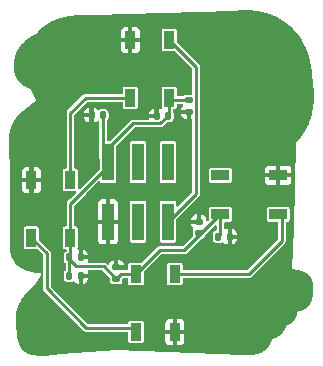
<source format=gbr>
%TF.GenerationSoftware,KiCad,Pcbnew,8.0.0*%
%TF.CreationDate,2024-03-08T01:19:46-06:00*%
%TF.ProjectId,SAO_2024,53414f5f-3230-4323-942e-6b696361645f,rev?*%
%TF.SameCoordinates,Original*%
%TF.FileFunction,Copper,L2,Bot*%
%TF.FilePolarity,Positive*%
%FSLAX46Y46*%
G04 Gerber Fmt 4.6, Leading zero omitted, Abs format (unit mm)*
G04 Created by KiCad (PCBNEW 8.0.0) date 2024-03-08 01:19:46*
%MOMM*%
%LPD*%
G01*
G04 APERTURE LIST*
G04 Aperture macros list*
%AMRoundRect*
0 Rectangle with rounded corners*
0 $1 Rounding radius*
0 $2 $3 $4 $5 $6 $7 $8 $9 X,Y pos of 4 corners*
0 Add a 4 corners polygon primitive as box body*
4,1,4,$2,$3,$4,$5,$6,$7,$8,$9,$2,$3,0*
0 Add four circle primitives for the rounded corners*
1,1,$1+$1,$2,$3*
1,1,$1+$1,$4,$5*
1,1,$1+$1,$6,$7*
1,1,$1+$1,$8,$9*
0 Add four rect primitives between the rounded corners*
20,1,$1+$1,$2,$3,$4,$5,0*
20,1,$1+$1,$4,$5,$6,$7,0*
20,1,$1+$1,$6,$7,$8,$9,0*
20,1,$1+$1,$8,$9,$2,$3,0*%
G04 Aperture macros list end*
%TA.AperFunction,SMDPad,CuDef*%
%ADD10R,1.000000X3.150000*%
%TD*%
%TA.AperFunction,SMDPad,CuDef*%
%ADD11RoundRect,0.140000X-0.170000X0.140000X-0.170000X-0.140000X0.170000X-0.140000X0.170000X0.140000X0*%
%TD*%
%TA.AperFunction,SMDPad,CuDef*%
%ADD12RoundRect,0.140000X0.140000X0.170000X-0.140000X0.170000X-0.140000X-0.170000X0.140000X-0.170000X0*%
%TD*%
%TA.AperFunction,SMDPad,CuDef*%
%ADD13RoundRect,0.140000X0.170000X-0.140000X0.170000X0.140000X-0.170000X0.140000X-0.170000X-0.140000X0*%
%TD*%
%TA.AperFunction,SMDPad,CuDef*%
%ADD14RoundRect,0.140000X-0.140000X-0.170000X0.140000X-0.170000X0.140000X0.170000X-0.140000X0.170000X0*%
%TD*%
%TA.AperFunction,SMDPad,CuDef*%
%ADD15R,0.900000X1.500000*%
%TD*%
%TA.AperFunction,SMDPad,CuDef*%
%ADD16R,1.500000X0.900000*%
%TD*%
%TA.AperFunction,Conductor*%
%ADD17C,0.250000*%
%TD*%
G04 APERTURE END LIST*
D10*
%TO.P,J2,1,Pin_1*%
%TO.N,/Battery_VIN*%
X137060000Y-135105000D03*
%TO.P,J2,2,Pin_2*%
%TO.N,GND*%
X137060000Y-140155000D03*
%TO.P,J2,3,Pin_3*%
%TO.N,unconnected-(J2-Pin_3-Pad3)*%
X139600000Y-135105000D03*
%TO.P,J2,4,Pin_4*%
%TO.N,unconnected-(J2-Pin_4-Pad4)*%
X139600000Y-140155000D03*
%TO.P,J2,5,Pin_5*%
%TO.N,unconnected-(J2-Pin_5-Pad5)*%
X142140000Y-135105000D03*
%TO.P,J2,6,Pin_6*%
%TO.N,/DIO*%
X142140000Y-140155000D03*
%TD*%
D11*
%TO.P,C2,1*%
%TO.N,/Battery_VIN*%
X143880000Y-129890000D03*
%TO.P,C2,2*%
%TO.N,GND*%
X143880000Y-130850000D03*
%TD*%
D12*
%TO.P,C1,1*%
%TO.N,/Battery_VIN*%
X142120000Y-131210000D03*
%TO.P,C1,2*%
%TO.N,GND*%
X141160000Y-131210000D03*
%TD*%
D13*
%TO.P,C8,1*%
%TO.N,/Battery_VIN*%
X144730000Y-141120000D03*
%TO.P,C8,2*%
%TO.N,GND*%
X144730000Y-140160000D03*
%TD*%
%TO.P,C6,1*%
%TO.N,/Battery_VIN*%
X137760000Y-145000000D03*
%TO.P,C6,2*%
%TO.N,GND*%
X137760000Y-144040000D03*
%TD*%
D14*
%TO.P,C7,1*%
%TO.N,/Battery_VIN*%
X146390000Y-141430000D03*
%TO.P,C7,2*%
%TO.N,GND*%
X147350000Y-141430000D03*
%TD*%
%TO.P,C3,1*%
%TO.N,/Battery_VIN*%
X133780000Y-144750000D03*
%TO.P,C3,2*%
%TO.N,GND*%
X134740000Y-144750000D03*
%TD*%
D12*
%TO.P,C4,1*%
%TO.N,/Battery_VIN*%
X136620000Y-131140000D03*
%TO.P,C4,2*%
%TO.N,GND*%
X135660000Y-131140000D03*
%TD*%
D14*
%TO.P,C5,1*%
%TO.N,/Battery_VIN*%
X133770000Y-143190000D03*
%TO.P,C5,2*%
%TO.N,GND*%
X134730000Y-143190000D03*
%TD*%
D15*
%TO.P,D5,1,VDD*%
%TO.N,/Battery_VIN*%
X142250000Y-129670000D03*
%TO.P,D5,2,DOUT*%
%TO.N,Net-(D3-DIN)*%
X138950000Y-129670000D03*
%TO.P,D5,3,VSS*%
%TO.N,GND*%
X138950000Y-124770000D03*
%TO.P,D5,4,DIN*%
%TO.N,/DIO*%
X142250000Y-124770000D03*
%TD*%
D16*
%TO.P,D8,1,VDD*%
%TO.N,/Battery_VIN*%
X146570000Y-139530000D03*
%TO.P,D8,2,DOUT*%
%TO.N,unconnected-(D8-DOUT-Pad2)*%
X146570000Y-136230000D03*
%TO.P,D8,3,VSS*%
%TO.N,GND*%
X151470000Y-136230000D03*
%TO.P,D8,4,DIN*%
%TO.N,Net-(D6-DOUT)*%
X151470000Y-139530000D03*
%TD*%
D15*
%TO.P,D6,1,VDD*%
%TO.N,/Battery_VIN*%
X139420000Y-144590000D03*
%TO.P,D6,2,DOUT*%
%TO.N,Net-(D6-DOUT)*%
X142720000Y-144590000D03*
%TO.P,D6,3,VSS*%
%TO.N,GND*%
X142720000Y-149490000D03*
%TO.P,D6,4,DIN*%
%TO.N,Net-(D3-DOUT)*%
X139420000Y-149490000D03*
%TD*%
%TO.P,D3,1,VDD*%
%TO.N,/Battery_VIN*%
X133870000Y-141520000D03*
%TO.P,D3,2,DOUT*%
%TO.N,Net-(D3-DOUT)*%
X130570000Y-141520000D03*
%TO.P,D3,3,VSS*%
%TO.N,GND*%
X130570000Y-136620000D03*
%TO.P,D3,4,DIN*%
%TO.N,Net-(D3-DIN)*%
X133870000Y-136620000D03*
%TD*%
D17*
%TO.N,/Battery_VIN*%
X134380001Y-143950000D02*
X136698510Y-143950000D01*
X133780000Y-144750000D02*
X133780000Y-143200000D01*
X133770000Y-143339999D02*
X134380001Y-143950000D01*
X133770000Y-143190000D02*
X133770000Y-143339999D01*
X133870000Y-141520000D02*
X133870000Y-143090000D01*
X136698510Y-143950000D02*
X137748510Y-145000000D01*
X133780000Y-143200000D02*
X133770000Y-143190000D01*
X133870000Y-143090000D02*
X133770000Y-143190000D01*
X141430000Y-142580000D02*
X143520000Y-142580000D01*
X143520000Y-142580000D02*
X146570000Y-139530000D01*
X139420000Y-144590000D02*
X141430000Y-142580000D01*
X146570000Y-139530000D02*
X146570000Y-141250000D01*
X146570000Y-141250000D02*
X146390000Y-141430000D01*
%TO.N,Net-(D3-DOUT)*%
X131860000Y-142810000D02*
X130570000Y-141520000D01*
X131860000Y-145800000D02*
X131860000Y-142810000D01*
X135230000Y-149170000D02*
X131860000Y-145800000D01*
X139420000Y-149170000D02*
X135230000Y-149170000D01*
%TO.N,Net-(D6-DOUT)*%
X148961490Y-144590000D02*
X151770000Y-141781490D01*
X142720000Y-144590000D02*
X148961490Y-144590000D01*
X151770000Y-141781490D02*
X151770000Y-139830000D01*
%TO.N,Net-(D3-DIN)*%
X135150000Y-129670000D02*
X133870000Y-130950000D01*
X133870000Y-130950000D02*
X133870000Y-136620000D01*
X138950000Y-129670000D02*
X135150000Y-129670000D01*
%TO.N,/Battery_VIN*%
X142470000Y-129890000D02*
X142250000Y-129670000D01*
X136620000Y-134665000D02*
X137060000Y-135105000D01*
X139420000Y-144590000D02*
X138170000Y-144590000D01*
X141496490Y-131845000D02*
X142250000Y-131091490D01*
X139175000Y-131845000D02*
X141496490Y-131845000D01*
X138170000Y-144590000D02*
X137760000Y-145000000D01*
X142250000Y-131091490D02*
X142250000Y-129670000D01*
X137060000Y-133960000D02*
X139175000Y-131845000D01*
X136620000Y-131140000D02*
X136620000Y-134665000D01*
X133870000Y-138643000D02*
X137060000Y-135453000D01*
X143880000Y-129890000D02*
X142470000Y-129890000D01*
X133870000Y-141520000D02*
X133870000Y-138643000D01*
%TO.N,/DIO*%
X144515000Y-137780000D02*
X144515000Y-127035000D01*
X142140000Y-140155000D02*
X144515000Y-137780000D01*
X144515000Y-127035000D02*
X142250000Y-124770000D01*
%TD*%
%TA.AperFunction,Conductor*%
%TO.N,GND*%
G36*
X148741683Y-122255138D02*
G01*
X148902800Y-122258532D01*
X148904326Y-122258581D01*
X149065334Y-122265594D01*
X149066934Y-122265683D01*
X149227674Y-122276393D01*
X149229373Y-122276526D01*
X149374616Y-122289644D01*
X149389786Y-122291015D01*
X149391561Y-122291197D01*
X149551490Y-122309540D01*
X149553308Y-122309771D01*
X149712712Y-122332060D01*
X149714437Y-122332323D01*
X149873199Y-122358639D01*
X149874989Y-122358959D01*
X150032897Y-122389372D01*
X150034780Y-122389760D01*
X150191734Y-122424352D01*
X150193582Y-122424786D01*
X150349434Y-122463631D01*
X150351323Y-122464129D01*
X150506054Y-122507335D01*
X150507966Y-122507900D01*
X150661239Y-122555485D01*
X150663246Y-122556140D01*
X150815095Y-122608233D01*
X150817110Y-122608959D01*
X150927878Y-122650731D01*
X150967328Y-122665609D01*
X150969450Y-122666447D01*
X151118063Y-122727790D01*
X151119876Y-122728566D01*
X151254415Y-122788369D01*
X151256425Y-122789300D01*
X151388893Y-122853125D01*
X151390831Y-122854095D01*
X151521350Y-122921970D01*
X151523241Y-122922990D01*
X151645685Y-122991473D01*
X151651587Y-122994774D01*
X151653526Y-122995897D01*
X151772641Y-123067336D01*
X151779623Y-123071523D01*
X151781521Y-123072701D01*
X151905258Y-123152087D01*
X151907116Y-123153319D01*
X152028413Y-123236399D01*
X152030223Y-123237679D01*
X152148999Y-123324393D01*
X152150759Y-123325720D01*
X152266862Y-123415955D01*
X152268592Y-123417342D01*
X152381919Y-123511019D01*
X152383577Y-123512432D01*
X152412498Y-123537842D01*
X152494035Y-123609482D01*
X152495690Y-123610981D01*
X152603184Y-123711334D01*
X152604783Y-123712872D01*
X152709166Y-123816413D01*
X152710707Y-123817987D01*
X152796080Y-123907981D01*
X152811905Y-123924662D01*
X152813435Y-123926325D01*
X152880663Y-124001672D01*
X152911300Y-124036008D01*
X152912788Y-124037728D01*
X153007298Y-124150440D01*
X153008653Y-124152105D01*
X153100589Y-124268442D01*
X153101925Y-124270185D01*
X153190302Y-124389107D01*
X153191560Y-124390852D01*
X153276427Y-124512270D01*
X153277610Y-124514015D01*
X153358980Y-124637797D01*
X153360090Y-124639538D01*
X153438007Y-124765594D01*
X153439023Y-124767290D01*
X153500907Y-124873808D01*
X153513480Y-124895449D01*
X153514451Y-124897174D01*
X153585481Y-125027335D01*
X153586387Y-125029049D01*
X153654034Y-125161124D01*
X153654879Y-125162826D01*
X153719129Y-125296628D01*
X153719913Y-125298315D01*
X153780811Y-125433761D01*
X153781538Y-125435433D01*
X153839096Y-125572377D01*
X153839769Y-125574033D01*
X153894034Y-125712406D01*
X153894655Y-125714047D01*
X153945615Y-125853641D01*
X153946187Y-125855265D01*
X153993905Y-125996067D01*
X153994429Y-125997675D01*
X154038886Y-126139435D01*
X154039366Y-126141027D01*
X154080637Y-126283785D01*
X154081015Y-126285142D01*
X154086470Y-126305462D01*
X154119544Y-126428663D01*
X154119955Y-126430269D01*
X154155197Y-126574368D01*
X154155557Y-126575910D01*
X154187741Y-126720876D01*
X154188053Y-126722351D01*
X154217293Y-126868024D01*
X154217561Y-126869432D01*
X154243975Y-127015651D01*
X154244205Y-127016991D01*
X154267958Y-127163858D01*
X154268152Y-127165129D01*
X154289352Y-127312399D01*
X154289515Y-127313601D01*
X154308325Y-127461408D01*
X154308429Y-127462265D01*
X154444171Y-128638319D01*
X154444378Y-128640359D01*
X154472967Y-128967355D01*
X154473131Y-128969649D01*
X154482297Y-129132777D01*
X154482369Y-129134358D01*
X154488057Y-129298045D01*
X154488096Y-129299668D01*
X154490193Y-129463433D01*
X154490196Y-129465097D01*
X154488609Y-129628868D01*
X154488572Y-129630575D01*
X154483213Y-129794109D01*
X154483135Y-129795858D01*
X154473910Y-129959167D01*
X154473787Y-129960960D01*
X154460609Y-130123893D01*
X154460438Y-130125729D01*
X154443207Y-130288255D01*
X154442983Y-130290133D01*
X154421622Y-130452025D01*
X154421343Y-130453944D01*
X154395757Y-130615163D01*
X154395419Y-130617123D01*
X154365512Y-130777578D01*
X154365111Y-130779576D01*
X154330805Y-130939111D01*
X154330338Y-130941146D01*
X154291520Y-131099755D01*
X154290982Y-131101822D01*
X154247568Y-131259366D01*
X154247011Y-131261287D01*
X154200568Y-131413624D01*
X154199857Y-131415829D01*
X154148731Y-131566452D01*
X154147953Y-131568633D01*
X154092101Y-131717683D01*
X154091253Y-131719841D01*
X154030776Y-131867029D01*
X154029860Y-131869162D01*
X153964782Y-132014409D01*
X153963796Y-132016522D01*
X153894187Y-132159623D01*
X153893130Y-132161711D01*
X153819030Y-132302538D01*
X153817900Y-132304604D01*
X153739376Y-132442971D01*
X153738174Y-132445012D01*
X153655300Y-132580731D01*
X153654023Y-132582750D01*
X153566814Y-132715719D01*
X153565460Y-132717710D01*
X153474000Y-132847730D01*
X153472569Y-132849696D01*
X153376905Y-132976617D01*
X153375394Y-132978554D01*
X153275581Y-133102214D01*
X153273989Y-133104120D01*
X153170087Y-133224358D01*
X153168412Y-133226231D01*
X153060478Y-133342883D01*
X153058721Y-133344718D01*
X152945892Y-133458556D01*
X152799330Y-140713083D01*
X152799213Y-140716011D01*
X152593001Y-144159881D01*
X152593002Y-144159881D01*
X152593002Y-144159882D01*
X152695577Y-144169797D01*
X152696899Y-144169937D01*
X152798564Y-144181699D01*
X152800124Y-144181896D01*
X152901278Y-144195872D01*
X152903108Y-144196149D01*
X153003584Y-144212650D01*
X153005636Y-144213018D01*
X153105112Y-144232323D01*
X153105303Y-144232360D01*
X153107639Y-144232853D01*
X153206316Y-144255334D01*
X153208842Y-144255957D01*
X153306458Y-144281902D01*
X153309206Y-144282691D01*
X153383644Y-144305634D01*
X153406235Y-144312597D01*
X153407868Y-144313121D01*
X153461464Y-144331010D01*
X153463636Y-144331773D01*
X153516527Y-144351298D01*
X153518663Y-144352126D01*
X153570949Y-144373375D01*
X153573209Y-144374339D01*
X153624701Y-144397296D01*
X153626993Y-144398365D01*
X153677616Y-144423063D01*
X153679913Y-144424235D01*
X153729545Y-144450685D01*
X153731930Y-144452013D01*
X153771065Y-144474770D01*
X153780379Y-144480186D01*
X153782811Y-144481664D01*
X153830028Y-144511607D01*
X153832471Y-144513225D01*
X153878318Y-144544940D01*
X153880779Y-144546719D01*
X153895798Y-144558060D01*
X153925109Y-144580193D01*
X153927620Y-144582176D01*
X153970312Y-144617412D01*
X153972827Y-144619585D01*
X154013784Y-144656604D01*
X154016255Y-144658944D01*
X154055394Y-144697785D01*
X154057846Y-144700338D01*
X154064565Y-144707684D01*
X154094998Y-144740955D01*
X154097425Y-144743746D01*
X154132518Y-144786189D01*
X154134853Y-144789165D01*
X154167923Y-144833648D01*
X154169901Y-144836442D01*
X154200144Y-144881363D01*
X154202091Y-144884414D01*
X154229948Y-144930531D01*
X154231676Y-144933550D01*
X154257323Y-144980941D01*
X154258859Y-144983941D01*
X154282323Y-145032454D01*
X154283665Y-145035389D01*
X154305060Y-145085038D01*
X154306222Y-145087897D01*
X154317851Y-145118316D01*
X154325580Y-145138531D01*
X154326570Y-145141284D01*
X154343967Y-145192845D01*
X154344804Y-145195486D01*
X154353865Y-145226125D01*
X154360300Y-145247881D01*
X154361009Y-145250449D01*
X154374652Y-145303535D01*
X154375239Y-145305992D01*
X154387099Y-145359680D01*
X154387578Y-145362030D01*
X154397731Y-145416285D01*
X154398116Y-145418531D01*
X154406611Y-145473181D01*
X154406911Y-145475320D01*
X154413812Y-145530232D01*
X154414040Y-145532269D01*
X154419430Y-145587479D01*
X154419593Y-145589415D01*
X154423526Y-145644672D01*
X154423634Y-145646516D01*
X154426148Y-145701012D01*
X154426227Y-145704268D01*
X154426445Y-145809175D01*
X154426435Y-145810526D01*
X154424724Y-145916297D01*
X154424683Y-145917837D01*
X154420776Y-146023388D01*
X154420692Y-146025119D01*
X154414324Y-146130398D01*
X154414182Y-146132322D01*
X154405099Y-146237087D01*
X154404886Y-146239200D01*
X154392816Y-146343517D01*
X154392513Y-146345819D01*
X154377207Y-146449499D01*
X154376796Y-146451985D01*
X154357939Y-146555251D01*
X154357558Y-146557194D01*
X154345921Y-146612503D01*
X154345447Y-146614600D01*
X154332208Y-146669548D01*
X154331654Y-146671706D01*
X154316760Y-146726256D01*
X154316118Y-146728471D01*
X154299524Y-146782555D01*
X154298784Y-146784835D01*
X154280473Y-146838276D01*
X154279625Y-146840620D01*
X154259571Y-146893292D01*
X154258606Y-146895701D01*
X154236769Y-146947516D01*
X154235672Y-146949989D01*
X154212027Y-147000817D01*
X154210791Y-147003348D01*
X154194244Y-147035645D01*
X154185316Y-147053069D01*
X154183923Y-147055658D01*
X154156573Y-147104185D01*
X154155014Y-147106822D01*
X154125768Y-147154032D01*
X154124031Y-147156707D01*
X154092865Y-147202485D01*
X154090937Y-147205183D01*
X154057817Y-147249431D01*
X154055692Y-147252137D01*
X154020607Y-147294730D01*
X154018275Y-147297426D01*
X153981142Y-147338321D01*
X153978600Y-147340985D01*
X153939337Y-147380124D01*
X153936758Y-147382573D01*
X153896001Y-147419471D01*
X153893197Y-147421885D01*
X153850815Y-147456562D01*
X153847995Y-147458758D01*
X153804027Y-147491319D01*
X153801214Y-147493303D01*
X153755709Y-147523832D01*
X153752927Y-147525609D01*
X153706033Y-147554122D01*
X153703298Y-147555707D01*
X153655035Y-147582298D01*
X153652358Y-147583702D01*
X153602922Y-147608363D01*
X153600316Y-147609600D01*
X153549742Y-147632412D01*
X153547213Y-147633497D01*
X153495657Y-147654482D01*
X153493212Y-147655427D01*
X153440769Y-147674637D01*
X153438411Y-147675456D01*
X153385179Y-147692943D01*
X153382906Y-147693649D01*
X153329044Y-147709443D01*
X153326857Y-147710048D01*
X153272438Y-147724208D01*
X153270337Y-147724722D01*
X153215527Y-147737286D01*
X153213504Y-147737720D01*
X153158371Y-147748745D01*
X153156431Y-147749106D01*
X153100175Y-147758803D01*
X153100173Y-147758804D01*
X153084064Y-147841451D01*
X153083517Y-147844015D01*
X153064696Y-147925150D01*
X153064183Y-147927224D01*
X153053773Y-147966865D01*
X153053372Y-147968330D01*
X153042054Y-148008088D01*
X153041602Y-148009614D01*
X153029472Y-148048987D01*
X153028964Y-148050574D01*
X153015984Y-148089564D01*
X153015413Y-148091212D01*
X153001552Y-148129790D01*
X153000917Y-148131492D01*
X152986132Y-148169669D01*
X152985424Y-148171430D01*
X152969703Y-148209124D01*
X152968918Y-148210937D01*
X152952251Y-148248076D01*
X152951385Y-148249937D01*
X152933695Y-148286598D01*
X152932741Y-148288505D01*
X152914037Y-148324574D01*
X152912990Y-148326520D01*
X152893257Y-148361943D01*
X152892115Y-148363921D01*
X152871153Y-148398961D01*
X152870185Y-148400534D01*
X152841479Y-148445909D01*
X152839406Y-148449010D01*
X152809049Y-148492032D01*
X152806874Y-148494959D01*
X152774438Y-148536428D01*
X152772174Y-148539183D01*
X152737755Y-148579068D01*
X152735419Y-148581650D01*
X152699105Y-148619932D01*
X152696709Y-148622344D01*
X152658619Y-148658971D01*
X152656173Y-148661219D01*
X152616394Y-148696171D01*
X152613916Y-148698254D01*
X152572560Y-148731488D01*
X152570037Y-148733428D01*
X152527227Y-148764899D01*
X152524670Y-148766696D01*
X152480469Y-148796399D01*
X152477886Y-148798058D01*
X152432445Y-148825930D01*
X152429835Y-148827459D01*
X152383259Y-148853470D01*
X152380623Y-148854873D01*
X152332994Y-148879005D01*
X152330332Y-148880287D01*
X152281791Y-148902492D01*
X152279102Y-148903659D01*
X152229771Y-148923903D01*
X152227049Y-148924957D01*
X152175630Y-148943724D01*
X152153017Y-149003094D01*
X152152238Y-149005053D01*
X152128308Y-149062871D01*
X152127453Y-149064856D01*
X152101845Y-149121951D01*
X152100909Y-149123956D01*
X152073592Y-149180287D01*
X152072568Y-149182317D01*
X152043559Y-149237733D01*
X152042443Y-149239786D01*
X152011760Y-149294150D01*
X152010543Y-149296228D01*
X151978124Y-149349538D01*
X151976800Y-149351635D01*
X151942683Y-149403721D01*
X151941245Y-149405835D01*
X151905430Y-149456597D01*
X151903872Y-149458724D01*
X151866340Y-149508087D01*
X151864652Y-149510224D01*
X151825411Y-149558073D01*
X151823591Y-149560208D01*
X151782617Y-149606476D01*
X151780656Y-149608606D01*
X151737956Y-149653181D01*
X151735850Y-149655292D01*
X151691443Y-149698059D01*
X151689190Y-149700141D01*
X151643030Y-149741047D01*
X151640626Y-149743087D01*
X151592309Y-149782360D01*
X151590568Y-149783733D01*
X151556261Y-149809952D01*
X151554578Y-149811201D01*
X151519464Y-149836494D01*
X151517776Y-149837674D01*
X151482010Y-149861954D01*
X151480319Y-149863068D01*
X151443826Y-149886409D01*
X151442136Y-149887459D01*
X151405064Y-149909789D01*
X151403382Y-149910772D01*
X151365639Y-149932173D01*
X151363958Y-149933097D01*
X151325685Y-149953506D01*
X151324011Y-149954372D01*
X151285186Y-149973822D01*
X151283524Y-149974629D01*
X151244151Y-149993139D01*
X151242496Y-149993892D01*
X151202716Y-150011413D01*
X151201091Y-150012105D01*
X151195466Y-150014423D01*
X151160803Y-150028701D01*
X151159170Y-150029351D01*
X151118500Y-150044984D01*
X151116877Y-150045586D01*
X151075823Y-150060274D01*
X151074213Y-150060829D01*
X151032818Y-150074573D01*
X151031220Y-150075084D01*
X150989493Y-150087896D01*
X150987905Y-150088364D01*
X150945161Y-150100448D01*
X150945159Y-150100449D01*
X150926430Y-150157735D01*
X150925838Y-150159472D01*
X150905956Y-150215534D01*
X150905302Y-150217305D01*
X150884028Y-150272760D01*
X150883310Y-150274562D01*
X150860572Y-150329483D01*
X150859784Y-150331316D01*
X150835600Y-150385545D01*
X150834735Y-150387413D01*
X150809078Y-150440894D01*
X150808135Y-150442790D01*
X150781012Y-150495411D01*
X150779983Y-150497337D01*
X150751346Y-150549086D01*
X150750225Y-150551042D01*
X150720073Y-150601813D01*
X150718854Y-150603793D01*
X150687203Y-150653465D01*
X150685883Y-150655465D01*
X150652674Y-150704036D01*
X150651245Y-150706052D01*
X150616477Y-150753427D01*
X150614935Y-150755455D01*
X150578636Y-150801505D01*
X150576976Y-150803536D01*
X150539049Y-150848293D01*
X150537268Y-150850318D01*
X150497775Y-150893620D01*
X150495870Y-150895632D01*
X150454676Y-150937535D01*
X150452801Y-150939376D01*
X150404328Y-150985301D01*
X150401784Y-150987602D01*
X150351629Y-151030891D01*
X150349047Y-151033019D01*
X150297023Y-151073967D01*
X150294418Y-151075926D01*
X150240613Y-151114564D01*
X150237997Y-151116359D01*
X150182528Y-151152693D01*
X150179913Y-151154329D01*
X150122883Y-151188376D01*
X150120274Y-151189863D01*
X150061813Y-151221621D01*
X150059219Y-151222964D01*
X149999450Y-151252440D01*
X149996877Y-151253648D01*
X149935872Y-151280872D01*
X149933321Y-151281954D01*
X149871271Y-151306903D01*
X149868746Y-151307865D01*
X149805714Y-151330573D01*
X149803234Y-151331417D01*
X149764063Y-151343969D01*
X149739381Y-151351878D01*
X149736906Y-151352623D01*
X149672339Y-151370852D01*
X149669890Y-151371499D01*
X149604717Y-151387512D01*
X149602288Y-151388065D01*
X149536669Y-151401864D01*
X149534259Y-151402329D01*
X149467798Y-151414018D01*
X149466427Y-151414246D01*
X149409216Y-151423204D01*
X149407021Y-151423514D01*
X149350044Y-151430694D01*
X149348053Y-151430917D01*
X149290741Y-151436524D01*
X149288873Y-151436682D01*
X149231769Y-151440791D01*
X149229249Y-151440929D01*
X149113129Y-151445312D01*
X149110313Y-151445365D01*
X148993809Y-151445326D01*
X148991650Y-151445294D01*
X148874385Y-151441832D01*
X148872883Y-151441772D01*
X148755093Y-151435897D01*
X148754133Y-151435843D01*
X148517064Y-151420930D01*
X148517053Y-151420929D01*
X148517044Y-151420929D01*
X137795761Y-151005493D01*
X137795758Y-151005493D01*
X137795754Y-151005493D01*
X133089958Y-151408644D01*
X133089935Y-151408646D01*
X132324875Y-151473954D01*
X132324291Y-151474001D01*
X132133639Y-151488757D01*
X132132835Y-151488815D01*
X131942249Y-151501478D01*
X131941157Y-151501543D01*
X131750619Y-151511376D01*
X131749240Y-151511434D01*
X131558842Y-151517703D01*
X131557221Y-151517739D01*
X131422748Y-151519219D01*
X131421562Y-151519222D01*
X131286869Y-151518545D01*
X131285146Y-151518516D01*
X131150941Y-151514715D01*
X131148676Y-151514616D01*
X131015303Y-151506744D01*
X131012491Y-151506525D01*
X130879739Y-151493598D01*
X130877288Y-151493318D01*
X130812038Y-151484760D01*
X130810225Y-151484499D01*
X130744996Y-151474296D01*
X130743052Y-151473965D01*
X130678281Y-151462057D01*
X130676208Y-151461646D01*
X130611837Y-151447901D01*
X130609647Y-151447398D01*
X130545797Y-151431723D01*
X130543494Y-151431118D01*
X130479910Y-151413321D01*
X130478071Y-151412781D01*
X130440998Y-151401361D01*
X130439265Y-151400803D01*
X130402483Y-151388474D01*
X130400734Y-151387864D01*
X130364258Y-151374613D01*
X130362481Y-151373941D01*
X130326433Y-151359788D01*
X130324634Y-151359054D01*
X130288993Y-151343969D01*
X130287170Y-151343169D01*
X130251990Y-151327150D01*
X130250147Y-151326280D01*
X130228470Y-151315679D01*
X130215469Y-151309321D01*
X130213635Y-151308391D01*
X130179501Y-151290484D01*
X130177624Y-151289465D01*
X130144111Y-151270625D01*
X130142206Y-151269516D01*
X130109321Y-151249718D01*
X130107407Y-151248526D01*
X130075191Y-151227767D01*
X130073285Y-151226496D01*
X130067226Y-151222318D01*
X130041777Y-151204768D01*
X130039855Y-151203397D01*
X130009113Y-151180708D01*
X130007178Y-151179230D01*
X129977227Y-151155564D01*
X129975300Y-151153988D01*
X129946168Y-151129333D01*
X129944249Y-151127651D01*
X129915803Y-151101842D01*
X129914278Y-151100419D01*
X129874244Y-151061984D01*
X129871744Y-151059466D01*
X129834217Y-151019809D01*
X129831939Y-151017289D01*
X129796269Y-150975927D01*
X129794209Y-150973428D01*
X129760370Y-150930489D01*
X129758487Y-150927994D01*
X129726410Y-150883551D01*
X129724718Y-150881103D01*
X129703664Y-150849313D01*
X129694377Y-150835290D01*
X129692872Y-150832921D01*
X129674987Y-150803536D01*
X129664167Y-150785759D01*
X129662850Y-150783503D01*
X129635761Y-150735137D01*
X129634575Y-150732931D01*
X129609083Y-150683521D01*
X129608021Y-150681379D01*
X129584065Y-150631016D01*
X129583127Y-150628965D01*
X129560627Y-150577692D01*
X129559802Y-150575735D01*
X129538752Y-150523761D01*
X129538027Y-150521900D01*
X129518340Y-150469251D01*
X129517705Y-150467485D01*
X129510352Y-150446189D01*
X129499332Y-150414274D01*
X129498805Y-150412686D01*
X129481692Y-150359017D01*
X129481221Y-150357477D01*
X129466462Y-150307346D01*
X129464404Y-150298294D01*
X129464121Y-150296552D01*
X129464119Y-150296542D01*
X129464116Y-150296523D01*
X129463037Y-150290963D01*
X129463036Y-150290960D01*
X129463034Y-150290948D01*
X129461915Y-150286231D01*
X129461911Y-150286214D01*
X129460738Y-150282280D01*
X129460511Y-150281657D01*
X129460141Y-150280639D01*
X129460140Y-150280638D01*
X129460134Y-150280621D01*
X129459519Y-150279169D01*
X129459506Y-150279143D01*
X129458897Y-150277933D01*
X129458894Y-150277928D01*
X129458248Y-150276881D01*
X129457604Y-150276060D01*
X129457020Y-150275516D01*
X129456939Y-150275440D01*
X129456937Y-150275439D01*
X129456542Y-150275140D01*
X129456435Y-150274970D01*
X129454156Y-150272846D01*
X129454717Y-150272243D01*
X129428671Y-150230897D01*
X129425901Y-150217305D01*
X129410172Y-150140121D01*
X129401041Y-150099340D01*
X129400561Y-150097020D01*
X129398915Y-150088364D01*
X129392932Y-150056898D01*
X129392610Y-150055066D01*
X129385981Y-150014376D01*
X129385761Y-150012929D01*
X129385645Y-150012114D01*
X129379944Y-149971966D01*
X129379742Y-149970428D01*
X129359268Y-149800674D01*
X129342290Y-149664660D01*
X129342164Y-149663578D01*
X129341141Y-149654250D01*
X129327287Y-149527878D01*
X129327195Y-149526986D01*
X129313962Y-149390724D01*
X129313905Y-149390113D01*
X129301971Y-149253311D01*
X129286771Y-149071246D01*
X129270523Y-148889263D01*
X129254634Y-148707431D01*
X129254604Y-148707065D01*
X129240500Y-148525780D01*
X129240408Y-148524430D01*
X129238491Y-148492032D01*
X129234839Y-148430319D01*
X129234727Y-148427508D01*
X129234166Y-148400534D01*
X129232785Y-148334133D01*
X129232780Y-148331360D01*
X129234146Y-148249937D01*
X129234347Y-148237971D01*
X129234443Y-148235254D01*
X129235798Y-148210028D01*
X129239451Y-148141973D01*
X129239643Y-148139315D01*
X129244120Y-148089564D01*
X129248019Y-148046235D01*
X129248290Y-148043716D01*
X129259971Y-147950899D01*
X129260336Y-147948359D01*
X129263913Y-147926183D01*
X129275243Y-147855937D01*
X129275680Y-147853502D01*
X129293741Y-147761587D01*
X129294251Y-147759198D01*
X129315394Y-147667876D01*
X129315982Y-147665516D01*
X129324803Y-147632412D01*
X129340143Y-147574842D01*
X129340786Y-147572580D01*
X129367888Y-147482681D01*
X129368578Y-147480511D01*
X129398583Y-147391374D01*
X129399300Y-147389351D01*
X129432074Y-147301253D01*
X129432904Y-147299125D01*
X129439422Y-147283140D01*
X129468393Y-147212104D01*
X129469232Y-147210133D01*
X129507396Y-147124201D01*
X129508273Y-147122305D01*
X129549007Y-147037642D01*
X129549979Y-147035701D01*
X129600720Y-146938280D01*
X129601759Y-146936358D01*
X129655451Y-146840572D01*
X129656477Y-146838803D01*
X129712964Y-146744698D01*
X129714012Y-146743007D01*
X129773212Y-146650495D01*
X129774255Y-146648913D01*
X129835995Y-146558053D01*
X129837048Y-146556547D01*
X129901242Y-146467265D01*
X129902268Y-146465875D01*
X129968789Y-146378160D01*
X129969825Y-146376828D01*
X130038538Y-146290676D01*
X130039563Y-146289421D01*
X130110328Y-146204830D01*
X130111345Y-146203642D01*
X130184054Y-146120572D01*
X130185063Y-146119445D01*
X130259563Y-146037907D01*
X130260590Y-146036805D01*
X130273360Y-146023388D01*
X130336781Y-145956751D01*
X130337744Y-145955760D01*
X130415521Y-145877150D01*
X130416437Y-145876240D01*
X130495774Y-145798959D01*
X130496556Y-145798211D01*
X130577141Y-145722422D01*
X130578013Y-145721614D01*
X130659708Y-145647301D01*
X130660674Y-145646439D01*
X130848785Y-145482132D01*
X130891852Y-145409873D01*
X130892197Y-145409304D01*
X130928795Y-145349705D01*
X130929299Y-145348899D01*
X130960321Y-145300183D01*
X130961032Y-145299090D01*
X130987346Y-145259514D01*
X130988205Y-145258254D01*
X131010705Y-145226050D01*
X131011644Y-145224741D01*
X131031084Y-145198340D01*
X131032375Y-145196643D01*
X131067585Y-145151810D01*
X131102125Y-145108489D01*
X131120998Y-145083543D01*
X131142060Y-145054184D01*
X131166153Y-145018744D01*
X131194119Y-144975554D01*
X131226797Y-144922946D01*
X131261037Y-144865903D01*
X131270318Y-144853572D01*
X131275576Y-144847926D01*
X131285861Y-144835892D01*
X131295846Y-144823222D01*
X131305493Y-144809990D01*
X131314760Y-144796267D01*
X131323609Y-144782126D01*
X131332001Y-144767640D01*
X131339897Y-144752880D01*
X131347256Y-144737919D01*
X131354039Y-144722830D01*
X131360208Y-144707684D01*
X131365723Y-144692555D01*
X131370544Y-144677514D01*
X131374632Y-144662633D01*
X131377718Y-144649000D01*
X131377943Y-144648006D01*
X131377944Y-144647995D01*
X131377947Y-144647986D01*
X131380451Y-144633644D01*
X131382104Y-144619680D01*
X131382867Y-144606166D01*
X131382699Y-144593175D01*
X131381563Y-144580779D01*
X131379418Y-144569050D01*
X131376225Y-144558060D01*
X131371944Y-144547883D01*
X131366538Y-144538589D01*
X131359965Y-144530253D01*
X131352186Y-144522945D01*
X131343164Y-144516739D01*
X131343163Y-144516738D01*
X131343161Y-144516737D01*
X131332862Y-144511709D01*
X131332857Y-144511707D01*
X131332856Y-144511707D01*
X131328979Y-144510444D01*
X131321228Y-144507920D01*
X131321224Y-144507919D01*
X131308231Y-144505451D01*
X131293836Y-144504374D01*
X131277993Y-144504761D01*
X131222971Y-144507761D01*
X131220065Y-144507862D01*
X131166560Y-144508674D01*
X131163839Y-144508666D01*
X131110221Y-144507508D01*
X131107699Y-144507410D01*
X131054083Y-144504420D01*
X131051766Y-144504255D01*
X130998005Y-144499561D01*
X130995898Y-144499346D01*
X130942112Y-144493094D01*
X130940211Y-144492848D01*
X130886378Y-144485173D01*
X130884692Y-144484913D01*
X130831065Y-144476001D01*
X130828946Y-144475617D01*
X130720480Y-144454332D01*
X130718328Y-144453876D01*
X130610241Y-144429308D01*
X130608575Y-144428909D01*
X130391389Y-144374226D01*
X130391190Y-144374176D01*
X130323231Y-144356864D01*
X130321240Y-144356327D01*
X130254713Y-144337391D01*
X130252743Y-144336800D01*
X130211627Y-144323830D01*
X130186779Y-144315992D01*
X130184769Y-144315326D01*
X130119409Y-144292632D01*
X130117386Y-144291896D01*
X130052791Y-144267340D01*
X130050755Y-144266532D01*
X130025252Y-144255963D01*
X129986917Y-144240075D01*
X129984902Y-144239205D01*
X129951996Y-144224392D01*
X129921955Y-144210868D01*
X129919901Y-144209905D01*
X129857873Y-144179662D01*
X129855807Y-144178614D01*
X129820258Y-144159882D01*
X129794886Y-144146512D01*
X129792849Y-144145398D01*
X129732956Y-144111352D01*
X129730909Y-144110144D01*
X129672265Y-144074232D01*
X129670218Y-144072931D01*
X129612827Y-144035105D01*
X129610750Y-144033685D01*
X129554755Y-143993984D01*
X129552688Y-143992464D01*
X129539515Y-143982420D01*
X129498093Y-143950838D01*
X129496062Y-143949231D01*
X129442996Y-143905712D01*
X129440959Y-143903979D01*
X129389542Y-143858607D01*
X129387427Y-143856667D01*
X129322541Y-143794773D01*
X129322108Y-143794360D01*
X129319361Y-143791597D01*
X129257925Y-143726396D01*
X129255392Y-143723563D01*
X129197494Y-143655310D01*
X129195128Y-143652373D01*
X129140776Y-143581238D01*
X129138606Y-143578244D01*
X129087856Y-143504455D01*
X129085879Y-143501425D01*
X129053780Y-143449487D01*
X129038729Y-143425135D01*
X129036959Y-143422111D01*
X128993456Y-143343526D01*
X128991849Y-143340455D01*
X128952055Y-143259835D01*
X128950610Y-143256728D01*
X128914544Y-143174246D01*
X128913263Y-143171123D01*
X128880964Y-143086996D01*
X128879866Y-143083931D01*
X128851357Y-142998329D01*
X128850387Y-142995182D01*
X128846102Y-142980100D01*
X128825737Y-142908431D01*
X128824913Y-142905266D01*
X128804124Y-142817471D01*
X128803454Y-142814332D01*
X128786565Y-142725722D01*
X128786034Y-142722554D01*
X128773085Y-142633392D01*
X128772689Y-142630155D01*
X128763890Y-142542454D01*
X128763522Y-142535671D01*
X128763476Y-142530000D01*
X128761513Y-142289748D01*
X129919500Y-142289748D01*
X129925425Y-142319535D01*
X129931133Y-142348232D01*
X129960608Y-142392343D01*
X129975448Y-142414552D01*
X130019560Y-142444027D01*
X130041767Y-142458866D01*
X130041768Y-142458866D01*
X130041769Y-142458867D01*
X130100252Y-142470500D01*
X130100254Y-142470500D01*
X131029521Y-142470500D01*
X131081847Y-142492174D01*
X131512826Y-142923153D01*
X131534500Y-142975479D01*
X131534500Y-145757147D01*
X131534500Y-145842853D01*
X131543690Y-145877150D01*
X131556683Y-145925641D01*
X131556684Y-145925643D01*
X131599532Y-145999858D01*
X131599533Y-145999859D01*
X131599535Y-145999862D01*
X133292617Y-147692943D01*
X134966946Y-149367272D01*
X134966951Y-149367278D01*
X134969535Y-149369862D01*
X135030138Y-149430465D01*
X135067248Y-149451890D01*
X135067249Y-149451891D01*
X135067250Y-149451891D01*
X135104361Y-149473318D01*
X135104363Y-149473318D01*
X135104364Y-149473319D01*
X135145754Y-149484409D01*
X135187144Y-149495500D01*
X135187145Y-149495501D01*
X135187147Y-149495501D01*
X135277383Y-149495501D01*
X135277399Y-149495500D01*
X138695500Y-149495500D01*
X138747826Y-149517174D01*
X138769500Y-149569500D01*
X138769500Y-150259748D01*
X138775709Y-150290963D01*
X138781133Y-150318232D01*
X138788651Y-150329483D01*
X138825448Y-150384552D01*
X138867553Y-150412686D01*
X138891767Y-150428866D01*
X138891768Y-150428866D01*
X138891769Y-150428867D01*
X138950252Y-150440500D01*
X138950254Y-150440500D01*
X139889746Y-150440500D01*
X139889748Y-150440500D01*
X139948231Y-150428867D01*
X140014552Y-150384552D01*
X140058867Y-150318231D01*
X140070500Y-150259748D01*
X140070500Y-149665000D01*
X141920001Y-149665000D01*
X141920001Y-150273224D01*
X141929912Y-150341250D01*
X141981213Y-150446188D01*
X142063810Y-150528785D01*
X142168750Y-150580087D01*
X142236781Y-150589999D01*
X142545000Y-150589999D01*
X142545000Y-149665000D01*
X142895000Y-149665000D01*
X142895000Y-150589999D01*
X143203211Y-150589999D01*
X143203224Y-150589998D01*
X143271250Y-150580087D01*
X143376188Y-150528786D01*
X143458785Y-150446189D01*
X143510087Y-150341249D01*
X143519999Y-150273223D01*
X143520000Y-150273212D01*
X143520000Y-149665000D01*
X142895000Y-149665000D01*
X142545000Y-149665000D01*
X141920001Y-149665000D01*
X140070500Y-149665000D01*
X140070500Y-149315000D01*
X141920000Y-149315000D01*
X142545000Y-149315000D01*
X142545000Y-148390000D01*
X142895000Y-148390000D01*
X142895000Y-149315000D01*
X143519999Y-149315000D01*
X143519999Y-148706789D01*
X143519998Y-148706775D01*
X143510087Y-148638749D01*
X143458786Y-148533811D01*
X143376189Y-148451214D01*
X143271249Y-148399912D01*
X143203223Y-148390000D01*
X142895000Y-148390000D01*
X142545000Y-148390000D01*
X142236788Y-148390000D01*
X142236776Y-148390001D01*
X142168749Y-148399912D01*
X142063811Y-148451213D01*
X141981214Y-148533810D01*
X141929912Y-148638750D01*
X141920000Y-148706776D01*
X141920000Y-149315000D01*
X140070500Y-149315000D01*
X140070500Y-148720252D01*
X140058867Y-148661769D01*
X140058499Y-148661219D01*
X140043485Y-148638749D01*
X140014552Y-148595448D01*
X139990038Y-148579068D01*
X139948232Y-148551133D01*
X139948233Y-148551133D01*
X139918989Y-148545316D01*
X139889748Y-148539500D01*
X138950252Y-148539500D01*
X138921010Y-148545316D01*
X138891767Y-148551133D01*
X138825449Y-148595447D01*
X138825447Y-148595449D01*
X138781133Y-148661767D01*
X138769500Y-148720253D01*
X138769500Y-148770500D01*
X138747826Y-148822826D01*
X138695500Y-148844500D01*
X135395478Y-148844500D01*
X135343152Y-148822826D01*
X132207174Y-145686847D01*
X132185500Y-145634521D01*
X132185500Y-142767145D01*
X132185499Y-142767144D01*
X132168604Y-142704092D01*
X132163318Y-142684362D01*
X132120465Y-142610138D01*
X132059862Y-142549535D01*
X131800075Y-142289748D01*
X133219500Y-142289748D01*
X133225425Y-142319535D01*
X133231133Y-142348232D01*
X133260608Y-142392343D01*
X133275448Y-142414552D01*
X133319560Y-142444027D01*
X133341767Y-142458866D01*
X133341768Y-142458866D01*
X133341769Y-142458867D01*
X133400252Y-142470500D01*
X133470500Y-142470500D01*
X133522826Y-142492174D01*
X133544500Y-142544500D01*
X133544500Y-142637025D01*
X133522826Y-142689351D01*
X133501774Y-142704092D01*
X133431684Y-142736776D01*
X133431683Y-142736776D01*
X133346776Y-142821683D01*
X133296027Y-142930514D01*
X133289500Y-142980100D01*
X133289500Y-143399899D01*
X133296027Y-143449485D01*
X133296028Y-143449487D01*
X133346776Y-143558316D01*
X133432826Y-143644366D01*
X133454500Y-143696692D01*
X133454500Y-144253308D01*
X133432826Y-144305634D01*
X133356776Y-144381683D01*
X133306027Y-144490514D01*
X133299500Y-144540100D01*
X133299500Y-144959899D01*
X133306027Y-145009485D01*
X133306028Y-145009487D01*
X133356776Y-145118316D01*
X133441684Y-145203224D01*
X133550513Y-145253972D01*
X133600099Y-145260500D01*
X133959900Y-145260499D01*
X134009487Y-145253972D01*
X134082531Y-145219910D01*
X134124184Y-145200488D01*
X134125850Y-145204060D01*
X134168293Y-145194564D01*
X134214826Y-145223118D01*
X134249955Y-145270044D01*
X134362753Y-145354485D01*
X134362754Y-145354486D01*
X134494767Y-145403724D01*
X134494773Y-145403726D01*
X134553128Y-145410000D01*
X134565000Y-145410000D01*
X134565000Y-144925000D01*
X134915000Y-144925000D01*
X134915000Y-145410000D01*
X134926872Y-145410000D01*
X134985226Y-145403726D01*
X134985232Y-145403724D01*
X135117245Y-145354486D01*
X135117246Y-145354485D01*
X135230044Y-145270044D01*
X135314485Y-145157246D01*
X135314486Y-145157245D01*
X135363724Y-145025232D01*
X135363726Y-145025226D01*
X135370000Y-144966871D01*
X135370000Y-144925000D01*
X134915000Y-144925000D01*
X134565000Y-144925000D01*
X134565000Y-144649000D01*
X134586674Y-144596674D01*
X134639000Y-144575000D01*
X135370000Y-144575000D01*
X135370000Y-144533128D01*
X135363726Y-144474773D01*
X135363725Y-144474770D01*
X135326647Y-144375361D01*
X135328668Y-144318760D01*
X135370120Y-144280166D01*
X135395981Y-144275500D01*
X136533031Y-144275500D01*
X136585357Y-144297174D01*
X137227826Y-144939643D01*
X137249500Y-144991969D01*
X137249500Y-145179899D01*
X137256027Y-145229485D01*
X137256028Y-145229487D01*
X137306776Y-145338316D01*
X137391684Y-145423224D01*
X137500513Y-145473972D01*
X137550099Y-145480500D01*
X137969900Y-145480499D01*
X138019487Y-145473972D01*
X138128316Y-145423224D01*
X138213224Y-145338316D01*
X138263972Y-145229487D01*
X138270500Y-145179901D01*
X138270499Y-144989499D01*
X138292173Y-144937174D01*
X138344499Y-144915500D01*
X138695500Y-144915500D01*
X138747826Y-144937174D01*
X138769500Y-144989500D01*
X138769500Y-145359746D01*
X138781133Y-145418232D01*
X138784469Y-145423224D01*
X138825448Y-145484552D01*
X138869560Y-145514027D01*
X138891767Y-145528866D01*
X138891768Y-145528866D01*
X138891769Y-145528867D01*
X138950252Y-145540500D01*
X138950254Y-145540500D01*
X139889746Y-145540500D01*
X139889748Y-145540500D01*
X139948231Y-145528867D01*
X140014552Y-145484552D01*
X140058867Y-145418231D01*
X140070500Y-145359748D01*
X140070500Y-145359746D01*
X142069500Y-145359746D01*
X142081133Y-145418232D01*
X142084469Y-145423224D01*
X142125448Y-145484552D01*
X142169560Y-145514027D01*
X142191767Y-145528866D01*
X142191768Y-145528866D01*
X142191769Y-145528867D01*
X142250252Y-145540500D01*
X142250254Y-145540500D01*
X143189746Y-145540500D01*
X143189748Y-145540500D01*
X143248231Y-145528867D01*
X143314552Y-145484552D01*
X143358867Y-145418231D01*
X143370500Y-145359748D01*
X143370500Y-144989500D01*
X143392174Y-144937174D01*
X143444500Y-144915500D01*
X149004341Y-144915500D01*
X149004343Y-144915500D01*
X149087129Y-144893318D01*
X149161352Y-144850465D01*
X152030465Y-141981352D01*
X152073318Y-141907129D01*
X152095500Y-141824343D01*
X152095500Y-141738637D01*
X152095500Y-140254500D01*
X152117174Y-140202174D01*
X152169500Y-140180500D01*
X152239746Y-140180500D01*
X152239748Y-140180500D01*
X152298231Y-140168867D01*
X152364552Y-140124552D01*
X152408867Y-140058231D01*
X152420500Y-139999748D01*
X152420500Y-139060252D01*
X152408867Y-139001769D01*
X152403791Y-138994173D01*
X152394027Y-138979560D01*
X152364552Y-138935448D01*
X152342343Y-138920608D01*
X152298232Y-138891133D01*
X152298233Y-138891133D01*
X152268989Y-138885316D01*
X152239748Y-138879500D01*
X150700252Y-138879500D01*
X150671010Y-138885316D01*
X150641767Y-138891133D01*
X150575449Y-138935447D01*
X150575447Y-138935449D01*
X150531133Y-139001767D01*
X150519500Y-139060253D01*
X150519500Y-139999746D01*
X150531133Y-140058232D01*
X150539678Y-140071020D01*
X150575448Y-140124552D01*
X150606080Y-140145020D01*
X150641767Y-140168866D01*
X150641768Y-140168866D01*
X150641769Y-140168867D01*
X150700252Y-140180500D01*
X151370500Y-140180500D01*
X151422826Y-140202174D01*
X151444500Y-140254500D01*
X151444500Y-141616011D01*
X151422826Y-141668337D01*
X148848337Y-144242826D01*
X148796011Y-144264500D01*
X143444500Y-144264500D01*
X143392174Y-144242826D01*
X143370500Y-144190500D01*
X143370500Y-143820253D01*
X143365432Y-143794773D01*
X143358867Y-143761769D01*
X143314552Y-143695448D01*
X143265623Y-143662754D01*
X143248232Y-143651133D01*
X143248233Y-143651133D01*
X143214211Y-143644366D01*
X143189748Y-143639500D01*
X142250252Y-143639500D01*
X142225789Y-143644366D01*
X142191767Y-143651133D01*
X142125449Y-143695447D01*
X142125447Y-143695449D01*
X142081133Y-143761767D01*
X142069500Y-143820253D01*
X142069500Y-145359746D01*
X140070500Y-145359746D01*
X140070500Y-144430479D01*
X140092174Y-144378153D01*
X141543153Y-142927174D01*
X141595479Y-142905500D01*
X143562851Y-142905500D01*
X143562853Y-142905500D01*
X143645639Y-142883318D01*
X143719862Y-142840465D01*
X144945087Y-141615239D01*
X144984175Y-141595967D01*
X144984055Y-141595555D01*
X144986391Y-141594874D01*
X144987760Y-141594199D01*
X144989487Y-141593972D01*
X145098316Y-141543224D01*
X145183224Y-141458316D01*
X145233972Y-141349487D01*
X145234200Y-141347753D01*
X145234877Y-141346380D01*
X145235557Y-141344049D01*
X145235967Y-141344168D01*
X145255240Y-141305086D01*
X146118175Y-140442151D01*
X146170500Y-140420478D01*
X146222826Y-140442152D01*
X146244500Y-140494478D01*
X146244500Y-140850075D01*
X146222826Y-140902401D01*
X146180158Y-140923442D01*
X146160514Y-140926027D01*
X146160512Y-140926028D01*
X146051683Y-140976776D01*
X145966776Y-141061683D01*
X145916027Y-141170514D01*
X145909500Y-141220100D01*
X145909500Y-141639899D01*
X145916027Y-141689485D01*
X145916028Y-141689487D01*
X145966776Y-141798316D01*
X146051684Y-141883224D01*
X146160513Y-141933972D01*
X146210099Y-141940500D01*
X146569900Y-141940499D01*
X146619487Y-141933972D01*
X146692531Y-141899910D01*
X146734184Y-141880488D01*
X146735850Y-141884060D01*
X146778293Y-141874564D01*
X146824826Y-141903118D01*
X146859955Y-141950044D01*
X146972753Y-142034485D01*
X146972754Y-142034486D01*
X147104767Y-142083724D01*
X147104773Y-142083726D01*
X147163128Y-142090000D01*
X147175000Y-142090000D01*
X147175000Y-141605000D01*
X147525000Y-141605000D01*
X147525000Y-142090000D01*
X147536872Y-142090000D01*
X147595226Y-142083726D01*
X147595232Y-142083724D01*
X147727245Y-142034486D01*
X147727246Y-142034485D01*
X147840044Y-141950044D01*
X147924485Y-141837246D01*
X147924486Y-141837245D01*
X147973724Y-141705232D01*
X147973726Y-141705226D01*
X147980000Y-141646871D01*
X147980000Y-141605000D01*
X147525000Y-141605000D01*
X147175000Y-141605000D01*
X147175000Y-140770000D01*
X147525000Y-140770000D01*
X147525000Y-141255000D01*
X147980000Y-141255000D01*
X147980000Y-141213128D01*
X147973726Y-141154773D01*
X147973724Y-141154767D01*
X147924486Y-141022754D01*
X147924485Y-141022753D01*
X147840044Y-140909955D01*
X147727246Y-140825514D01*
X147727245Y-140825513D01*
X147595232Y-140776275D01*
X147595226Y-140776273D01*
X147536872Y-140770000D01*
X147525000Y-140770000D01*
X147175000Y-140770000D01*
X147163128Y-140770000D01*
X147104773Y-140776273D01*
X147104767Y-140776275D01*
X146995360Y-140817082D01*
X146938759Y-140815061D01*
X146900166Y-140773608D01*
X146895500Y-140747748D01*
X146895500Y-140254500D01*
X146917174Y-140202174D01*
X146969500Y-140180500D01*
X147339746Y-140180500D01*
X147339748Y-140180500D01*
X147398231Y-140168867D01*
X147464552Y-140124552D01*
X147508867Y-140058231D01*
X147520500Y-139999748D01*
X147520500Y-139060252D01*
X147508867Y-139001769D01*
X147503791Y-138994173D01*
X147494027Y-138979560D01*
X147464552Y-138935448D01*
X147442343Y-138920608D01*
X147398232Y-138891133D01*
X147398233Y-138891133D01*
X147368989Y-138885316D01*
X147339748Y-138879500D01*
X145800252Y-138879500D01*
X145771010Y-138885316D01*
X145741767Y-138891133D01*
X145675449Y-138935447D01*
X145675447Y-138935449D01*
X145631133Y-139001767D01*
X145619500Y-139060253D01*
X145619500Y-139989520D01*
X145597826Y-140041846D01*
X145516326Y-140123346D01*
X145464000Y-140145020D01*
X145411674Y-140123346D01*
X145390000Y-140071020D01*
X145390000Y-139973128D01*
X145383726Y-139914773D01*
X145383724Y-139914767D01*
X145334486Y-139782754D01*
X145334485Y-139782753D01*
X145250044Y-139669955D01*
X145137246Y-139585514D01*
X145137245Y-139585513D01*
X145005232Y-139536275D01*
X145005226Y-139536273D01*
X144946872Y-139530000D01*
X144905000Y-139530000D01*
X144905000Y-140261000D01*
X144883326Y-140313326D01*
X144831000Y-140335000D01*
X144070000Y-140335000D01*
X144070000Y-140346871D01*
X144076273Y-140405226D01*
X144076275Y-140405232D01*
X144125513Y-140537245D01*
X144125514Y-140537246D01*
X144209955Y-140650044D01*
X144256882Y-140685174D01*
X144285782Y-140733883D01*
X144276189Y-140774267D01*
X144279512Y-140775817D01*
X144226027Y-140890514D01*
X144219500Y-140940100D01*
X144219500Y-141299899D01*
X144226027Y-141349485D01*
X144227613Y-141354925D01*
X144224947Y-141355701D01*
X144226995Y-141402883D01*
X144209791Y-141429880D01*
X143406847Y-142232826D01*
X143354521Y-142254500D01*
X141472853Y-142254500D01*
X141387147Y-142254500D01*
X141304361Y-142276682D01*
X141304360Y-142276682D01*
X141304358Y-142276683D01*
X141304356Y-142276684D01*
X141230141Y-142319532D01*
X139931846Y-143617826D01*
X139879520Y-143639500D01*
X138950252Y-143639500D01*
X138925789Y-143644366D01*
X138891767Y-143651133D01*
X138825449Y-143695447D01*
X138825447Y-143695449D01*
X138781133Y-143761767D01*
X138769500Y-143820253D01*
X138769500Y-144190500D01*
X138747826Y-144242826D01*
X138695500Y-144264500D01*
X138494000Y-144264500D01*
X138441674Y-144242826D01*
X138437323Y-144232323D01*
X138420000Y-144215000D01*
X137659000Y-144215000D01*
X137606674Y-144193326D01*
X137585000Y-144141000D01*
X137585000Y-143410000D01*
X137935000Y-143410000D01*
X137935000Y-143865000D01*
X138420000Y-143865000D01*
X138420000Y-143853128D01*
X138413726Y-143794773D01*
X138413724Y-143794767D01*
X138364486Y-143662754D01*
X138364485Y-143662753D01*
X138280044Y-143549955D01*
X138167246Y-143465514D01*
X138167245Y-143465513D01*
X138035232Y-143416275D01*
X138035226Y-143416273D01*
X137976872Y-143410000D01*
X137935000Y-143410000D01*
X137585000Y-143410000D01*
X137543128Y-143410000D01*
X137484773Y-143416273D01*
X137484767Y-143416275D01*
X137352754Y-143465513D01*
X137352753Y-143465514D01*
X137239955Y-143549955D01*
X137155514Y-143662753D01*
X137118623Y-143761661D01*
X137080029Y-143803113D01*
X137023428Y-143805134D01*
X136996963Y-143788126D01*
X136970498Y-143761661D01*
X136898372Y-143689535D01*
X136898369Y-143689533D01*
X136898368Y-143689532D01*
X136824153Y-143646684D01*
X136824151Y-143646683D01*
X136824150Y-143646682D01*
X136824149Y-143646682D01*
X136741363Y-143624500D01*
X136741361Y-143624500D01*
X135400901Y-143624500D01*
X135348575Y-143602826D01*
X135326901Y-143550500D01*
X135331567Y-143524640D01*
X135353724Y-143465232D01*
X135353726Y-143465226D01*
X135360000Y-143406871D01*
X135360000Y-143365000D01*
X134629000Y-143365000D01*
X134576674Y-143343326D01*
X134555000Y-143291000D01*
X134555000Y-142530000D01*
X134905000Y-142530000D01*
X134905000Y-143015000D01*
X135360000Y-143015000D01*
X135360000Y-142973128D01*
X135353726Y-142914773D01*
X135353724Y-142914767D01*
X135304486Y-142782754D01*
X135304485Y-142782753D01*
X135220044Y-142669955D01*
X135107246Y-142585514D01*
X135107245Y-142585513D01*
X134975232Y-142536275D01*
X134975226Y-142536273D01*
X134916872Y-142530000D01*
X134905000Y-142530000D01*
X134555000Y-142530000D01*
X134543124Y-142530000D01*
X134532733Y-142531117D01*
X134478391Y-142515159D01*
X134451249Y-142465449D01*
X134463297Y-142416427D01*
X134464548Y-142414554D01*
X134464552Y-142414552D01*
X134508867Y-142348231D01*
X134520500Y-142289748D01*
X134520500Y-140750252D01*
X134508867Y-140691769D01*
X134504460Y-140685174D01*
X134494027Y-140669560D01*
X134464552Y-140625448D01*
X134442343Y-140610608D01*
X134398232Y-140581133D01*
X134398233Y-140581133D01*
X134368989Y-140575316D01*
X134339748Y-140569500D01*
X134339746Y-140569500D01*
X134269500Y-140569500D01*
X134217174Y-140547826D01*
X134195500Y-140495500D01*
X134195500Y-140330000D01*
X136210001Y-140330000D01*
X136210001Y-141763224D01*
X136219912Y-141831250D01*
X136271213Y-141936188D01*
X136353810Y-142018785D01*
X136458750Y-142070087D01*
X136526781Y-142079999D01*
X136885000Y-142079999D01*
X136885000Y-140330000D01*
X137235000Y-140330000D01*
X137235000Y-142079999D01*
X137593211Y-142079999D01*
X137593224Y-142079998D01*
X137661250Y-142070087D01*
X137766188Y-142018786D01*
X137848785Y-141936189D01*
X137900087Y-141831249D01*
X137909999Y-141763223D01*
X137910000Y-141763212D01*
X137910000Y-141749748D01*
X138899500Y-141749748D01*
X138902181Y-141763224D01*
X138911133Y-141808232D01*
X138940608Y-141852343D01*
X138955448Y-141874552D01*
X138998199Y-141903118D01*
X139021767Y-141918866D01*
X139021768Y-141918866D01*
X139021769Y-141918867D01*
X139080252Y-141930500D01*
X139080254Y-141930500D01*
X140119746Y-141930500D01*
X140119748Y-141930500D01*
X140178231Y-141918867D01*
X140244552Y-141874552D01*
X140288867Y-141808231D01*
X140300500Y-141749748D01*
X140300500Y-138560252D01*
X140288867Y-138501769D01*
X140244552Y-138435448D01*
X140222343Y-138420608D01*
X140178232Y-138391133D01*
X140178233Y-138391133D01*
X140148989Y-138385316D01*
X140119748Y-138379500D01*
X139080252Y-138379500D01*
X139051010Y-138385316D01*
X139021767Y-138391133D01*
X138955449Y-138435447D01*
X138955447Y-138435449D01*
X138911133Y-138501767D01*
X138908031Y-138517362D01*
X138899500Y-138560252D01*
X138899500Y-141749748D01*
X137910000Y-141749748D01*
X137910000Y-140330000D01*
X137235000Y-140330000D01*
X136885000Y-140330000D01*
X136210001Y-140330000D01*
X134195500Y-140330000D01*
X134195500Y-139980000D01*
X136210000Y-139980000D01*
X136885000Y-139980000D01*
X136885000Y-138230000D01*
X137235000Y-138230000D01*
X137235000Y-139980000D01*
X137909999Y-139980000D01*
X137909999Y-138546789D01*
X137909998Y-138546775D01*
X137900087Y-138478749D01*
X137848786Y-138373811D01*
X137766189Y-138291214D01*
X137661249Y-138239912D01*
X137593223Y-138230000D01*
X137235000Y-138230000D01*
X136885000Y-138230000D01*
X136526788Y-138230000D01*
X136526776Y-138230001D01*
X136458749Y-138239912D01*
X136353811Y-138291213D01*
X136271214Y-138373810D01*
X136219912Y-138478750D01*
X136210000Y-138546776D01*
X136210000Y-139980000D01*
X134195500Y-139980000D01*
X134195500Y-138808479D01*
X134217174Y-138756153D01*
X135150477Y-137822850D01*
X136247351Y-136725975D01*
X136299676Y-136704302D01*
X136352002Y-136725976D01*
X136366133Y-136752416D01*
X136368345Y-136751500D01*
X136371133Y-136758232D01*
X136386513Y-136781249D01*
X136415448Y-136824552D01*
X136459560Y-136854027D01*
X136481767Y-136868866D01*
X136481768Y-136868866D01*
X136481769Y-136868867D01*
X136540252Y-136880500D01*
X136540254Y-136880500D01*
X137579746Y-136880500D01*
X137579748Y-136880500D01*
X137638231Y-136868867D01*
X137704552Y-136824552D01*
X137748867Y-136758231D01*
X137760500Y-136699748D01*
X138899500Y-136699748D01*
X138902181Y-136713224D01*
X138911133Y-136758232D01*
X138926513Y-136781249D01*
X138955448Y-136824552D01*
X138999560Y-136854027D01*
X139021767Y-136868866D01*
X139021768Y-136868866D01*
X139021769Y-136868867D01*
X139080252Y-136880500D01*
X139080254Y-136880500D01*
X140119746Y-136880500D01*
X140119748Y-136880500D01*
X140178231Y-136868867D01*
X140244552Y-136824552D01*
X140288867Y-136758231D01*
X140300500Y-136699748D01*
X141439500Y-136699748D01*
X141442181Y-136713224D01*
X141451133Y-136758232D01*
X141466513Y-136781249D01*
X141495448Y-136824552D01*
X141539560Y-136854027D01*
X141561767Y-136868866D01*
X141561768Y-136868866D01*
X141561769Y-136868867D01*
X141620252Y-136880500D01*
X141620254Y-136880500D01*
X142659746Y-136880500D01*
X142659748Y-136880500D01*
X142718231Y-136868867D01*
X142784552Y-136824552D01*
X142828867Y-136758231D01*
X142840500Y-136699748D01*
X142840500Y-133510252D01*
X142828867Y-133451769D01*
X142784552Y-133385448D01*
X142762343Y-133370608D01*
X142718232Y-133341133D01*
X142718233Y-133341133D01*
X142688989Y-133335316D01*
X142659748Y-133329500D01*
X141620252Y-133329500D01*
X141591010Y-133335316D01*
X141561767Y-133341133D01*
X141495449Y-133385447D01*
X141495447Y-133385449D01*
X141451133Y-133451767D01*
X141451133Y-133451769D01*
X141439500Y-133510252D01*
X141439500Y-136699748D01*
X140300500Y-136699748D01*
X140300500Y-133510252D01*
X140288867Y-133451769D01*
X140244552Y-133385448D01*
X140222343Y-133370608D01*
X140178232Y-133341133D01*
X140178233Y-133341133D01*
X140148989Y-133335316D01*
X140119748Y-133329500D01*
X139080252Y-133329500D01*
X139051010Y-133335316D01*
X139021767Y-133341133D01*
X138955449Y-133385447D01*
X138955447Y-133385449D01*
X138911133Y-133451767D01*
X138911133Y-133451769D01*
X138899500Y-133510252D01*
X138899500Y-136699748D01*
X137760500Y-136699748D01*
X137760500Y-133750478D01*
X137782174Y-133698152D01*
X139288152Y-132192174D01*
X139340478Y-132170500D01*
X141539341Y-132170500D01*
X141539343Y-132170500D01*
X141622129Y-132148318D01*
X141696352Y-132105465D01*
X142059643Y-131742172D01*
X142111969Y-131720499D01*
X142299900Y-131720499D01*
X142349487Y-131713972D01*
X142458316Y-131663224D01*
X142543224Y-131578316D01*
X142593972Y-131469487D01*
X142600500Y-131419901D01*
X142600499Y-131025000D01*
X143220000Y-131025000D01*
X143220000Y-131036871D01*
X143226273Y-131095226D01*
X143226275Y-131095232D01*
X143275513Y-131227245D01*
X143275514Y-131227246D01*
X143359955Y-131340044D01*
X143472753Y-131424485D01*
X143472754Y-131424486D01*
X143604767Y-131473724D01*
X143604773Y-131473726D01*
X143663128Y-131480000D01*
X143705000Y-131480000D01*
X143705000Y-131025000D01*
X143220000Y-131025000D01*
X142600499Y-131025000D01*
X142600499Y-131000100D01*
X142593972Y-130950513D01*
X142593970Y-130950508D01*
X142582433Y-130925766D01*
X142575500Y-130894493D01*
X142575500Y-130694500D01*
X142597174Y-130642174D01*
X142649500Y-130620500D01*
X142719746Y-130620500D01*
X142719748Y-130620500D01*
X142778231Y-130608867D01*
X142844552Y-130564552D01*
X142888867Y-130498231D01*
X142900500Y-130439748D01*
X142900500Y-130289500D01*
X142922174Y-130237174D01*
X142974500Y-130215500D01*
X143330590Y-130215500D01*
X143382916Y-130237174D01*
X143404590Y-130289500D01*
X143382916Y-130341826D01*
X143374936Y-130348740D01*
X143359956Y-130359953D01*
X143359955Y-130359954D01*
X143275514Y-130472753D01*
X143275513Y-130472754D01*
X143226275Y-130604767D01*
X143226273Y-130604773D01*
X143220000Y-130663128D01*
X143220000Y-130675000D01*
X143981000Y-130675000D01*
X144033326Y-130696674D01*
X144055000Y-130749000D01*
X144055000Y-131480000D01*
X144096867Y-131480000D01*
X144107586Y-131478847D01*
X144161930Y-131494801D01*
X144189076Y-131544509D01*
X144189500Y-131552423D01*
X144189500Y-137614521D01*
X144167826Y-137666847D01*
X142966826Y-138867847D01*
X142914500Y-138889521D01*
X142862174Y-138867847D01*
X142840500Y-138815521D01*
X142840500Y-138560253D01*
X142837819Y-138546775D01*
X142828867Y-138501769D01*
X142784552Y-138435448D01*
X142762343Y-138420608D01*
X142718232Y-138391133D01*
X142718233Y-138391133D01*
X142688989Y-138385316D01*
X142659748Y-138379500D01*
X141620252Y-138379500D01*
X141591010Y-138385316D01*
X141561767Y-138391133D01*
X141495449Y-138435447D01*
X141495447Y-138435449D01*
X141451133Y-138501767D01*
X141448031Y-138517362D01*
X141439500Y-138560252D01*
X141439500Y-141749748D01*
X141442181Y-141763224D01*
X141451133Y-141808232D01*
X141480608Y-141852343D01*
X141495448Y-141874552D01*
X141538199Y-141903118D01*
X141561767Y-141918866D01*
X141561768Y-141918866D01*
X141561769Y-141918867D01*
X141620252Y-141930500D01*
X141620254Y-141930500D01*
X142659746Y-141930500D01*
X142659748Y-141930500D01*
X142718231Y-141918867D01*
X142784552Y-141874552D01*
X142828867Y-141808231D01*
X142840500Y-141749748D01*
X142840500Y-139985000D01*
X144070000Y-139985000D01*
X144555000Y-139985000D01*
X144555000Y-139530000D01*
X144513128Y-139530000D01*
X144454773Y-139536273D01*
X144454767Y-139536275D01*
X144322754Y-139585513D01*
X144322753Y-139585514D01*
X144209955Y-139669955D01*
X144125514Y-139782753D01*
X144125513Y-139782754D01*
X144076275Y-139914767D01*
X144076273Y-139914773D01*
X144070000Y-139973128D01*
X144070000Y-139985000D01*
X142840500Y-139985000D01*
X142840500Y-139945478D01*
X142862173Y-139893153D01*
X144775465Y-137979862D01*
X144818318Y-137905639D01*
X144840500Y-137822853D01*
X144840500Y-137737147D01*
X144840500Y-136699748D01*
X145619500Y-136699748D01*
X145622181Y-136713224D01*
X145631133Y-136758232D01*
X145646513Y-136781249D01*
X145675448Y-136824552D01*
X145719560Y-136854027D01*
X145741767Y-136868866D01*
X145741768Y-136868866D01*
X145741769Y-136868867D01*
X145800252Y-136880500D01*
X145800254Y-136880500D01*
X147339746Y-136880500D01*
X147339748Y-136880500D01*
X147398231Y-136868867D01*
X147464552Y-136824552D01*
X147508867Y-136758231D01*
X147520500Y-136699748D01*
X147520500Y-136405000D01*
X150370001Y-136405000D01*
X150370001Y-136713224D01*
X150379912Y-136781250D01*
X150431213Y-136886188D01*
X150513810Y-136968785D01*
X150618750Y-137020087D01*
X150686781Y-137029999D01*
X151295000Y-137029999D01*
X151295000Y-136405000D01*
X151645000Y-136405000D01*
X151645000Y-137029999D01*
X152253211Y-137029999D01*
X152253224Y-137029998D01*
X152321250Y-137020087D01*
X152426188Y-136968786D01*
X152508785Y-136886189D01*
X152560087Y-136781249D01*
X152569999Y-136713223D01*
X152570000Y-136713212D01*
X152570000Y-136405000D01*
X151645000Y-136405000D01*
X151295000Y-136405000D01*
X150370001Y-136405000D01*
X147520500Y-136405000D01*
X147520500Y-136055000D01*
X150370000Y-136055000D01*
X151295000Y-136055000D01*
X151295000Y-135430000D01*
X151645000Y-135430000D01*
X151645000Y-136055000D01*
X152569999Y-136055000D01*
X152569999Y-135746789D01*
X152569998Y-135746775D01*
X152560087Y-135678749D01*
X152508786Y-135573811D01*
X152426189Y-135491214D01*
X152321249Y-135439912D01*
X152253223Y-135430000D01*
X151645000Y-135430000D01*
X151295000Y-135430000D01*
X150686782Y-135430000D01*
X150618749Y-135439912D01*
X150513811Y-135491213D01*
X150431214Y-135573810D01*
X150379912Y-135678750D01*
X150370000Y-135746776D01*
X150370000Y-136055000D01*
X147520500Y-136055000D01*
X147520500Y-135760252D01*
X147508867Y-135701769D01*
X147464552Y-135635448D01*
X147404767Y-135595500D01*
X147398232Y-135591133D01*
X147398233Y-135591133D01*
X147368989Y-135585316D01*
X147339748Y-135579500D01*
X145800252Y-135579500D01*
X145771010Y-135585316D01*
X145741767Y-135591133D01*
X145675449Y-135635447D01*
X145675447Y-135635449D01*
X145631133Y-135701767D01*
X145626423Y-135725447D01*
X145619500Y-135760252D01*
X145619500Y-136699748D01*
X144840500Y-136699748D01*
X144840500Y-127083824D01*
X144840501Y-127083811D01*
X144840501Y-126992145D01*
X144840500Y-126992144D01*
X144835808Y-126974635D01*
X144829409Y-126950754D01*
X144818319Y-126909364D01*
X144818318Y-126909363D01*
X144818318Y-126909361D01*
X144796891Y-126872250D01*
X144775465Y-126835138D01*
X144714862Y-126774535D01*
X144712283Y-126771956D01*
X144712272Y-126771946D01*
X142922174Y-124981847D01*
X142900500Y-124929521D01*
X142900500Y-124000253D01*
X142891536Y-123955188D01*
X142888867Y-123941769D01*
X142878547Y-123926325D01*
X142867023Y-123909078D01*
X142844552Y-123875448D01*
X142822343Y-123860608D01*
X142778232Y-123831133D01*
X142778233Y-123831133D01*
X142748989Y-123825316D01*
X142719748Y-123819500D01*
X141780252Y-123819500D01*
X141751010Y-123825316D01*
X141721767Y-123831133D01*
X141655449Y-123875447D01*
X141655447Y-123875449D01*
X141611133Y-123941767D01*
X141611133Y-123941769D01*
X141599500Y-124000252D01*
X141599500Y-125539748D01*
X141602181Y-125553224D01*
X141611133Y-125598232D01*
X141626513Y-125621249D01*
X141655448Y-125664552D01*
X141699560Y-125694027D01*
X141721767Y-125708866D01*
X141721768Y-125708866D01*
X141721769Y-125708867D01*
X141780252Y-125720500D01*
X141780254Y-125720500D01*
X142709521Y-125720500D01*
X142761847Y-125742174D01*
X144167826Y-127148152D01*
X144189500Y-127200478D01*
X144189500Y-129338231D01*
X144167826Y-129390557D01*
X144115500Y-129412231D01*
X144105844Y-129411598D01*
X144089903Y-129409500D01*
X143670100Y-129409500D01*
X143620514Y-129416027D01*
X143620512Y-129416028D01*
X143511683Y-129466776D01*
X143435634Y-129542826D01*
X143383308Y-129564500D01*
X142974500Y-129564500D01*
X142922174Y-129542826D01*
X142900500Y-129490500D01*
X142900500Y-128900253D01*
X142900500Y-128900252D01*
X142888867Y-128841769D01*
X142844552Y-128775448D01*
X142822343Y-128760608D01*
X142778232Y-128731133D01*
X142778233Y-128731133D01*
X142748989Y-128725316D01*
X142719748Y-128719500D01*
X141780252Y-128719500D01*
X141751010Y-128725316D01*
X141721767Y-128731133D01*
X141655449Y-128775447D01*
X141655447Y-128775449D01*
X141611133Y-128841767D01*
X141599500Y-128900253D01*
X141599500Y-130439746D01*
X141611133Y-130498232D01*
X141612134Y-130500648D01*
X141612134Y-130503262D01*
X141612555Y-130505379D01*
X141612134Y-130505462D01*
X141612134Y-130557285D01*
X141572085Y-130597333D01*
X141517907Y-130598300D01*
X141405232Y-130556275D01*
X141405226Y-130556273D01*
X141346872Y-130550000D01*
X141335000Y-130550000D01*
X141335000Y-131311000D01*
X141313326Y-131363326D01*
X141261000Y-131385000D01*
X140530000Y-131385000D01*
X140530000Y-131426875D01*
X140531152Y-131437592D01*
X140515194Y-131491934D01*
X140465484Y-131519076D01*
X140457576Y-131519500D01*
X139222399Y-131519500D01*
X139222383Y-131519499D01*
X139217853Y-131519499D01*
X139132147Y-131519499D01*
X139132145Y-131519499D01*
X139049364Y-131541680D01*
X139049359Y-131541682D01*
X139012250Y-131563108D01*
X138975140Y-131584533D01*
X138975137Y-131584535D01*
X138914534Y-131645137D01*
X138914535Y-131645138D01*
X137251847Y-133307826D01*
X137199521Y-133329500D01*
X137019500Y-133329500D01*
X136967174Y-133307826D01*
X136945500Y-133255500D01*
X136945500Y-131636692D01*
X136967174Y-131584366D01*
X137004295Y-131547245D01*
X137043224Y-131508316D01*
X137093972Y-131399487D01*
X137100500Y-131349901D01*
X137100499Y-131035000D01*
X140530000Y-131035000D01*
X140985000Y-131035000D01*
X140985000Y-130550000D01*
X140973128Y-130550000D01*
X140914773Y-130556273D01*
X140914767Y-130556275D01*
X140782754Y-130605513D01*
X140782753Y-130605514D01*
X140669955Y-130689955D01*
X140585514Y-130802753D01*
X140585513Y-130802754D01*
X140536275Y-130934767D01*
X140536273Y-130934773D01*
X140530000Y-130993128D01*
X140530000Y-131035000D01*
X137100499Y-131035000D01*
X137100499Y-130930100D01*
X137093972Y-130880513D01*
X137043224Y-130771684D01*
X136958316Y-130686776D01*
X136849487Y-130636028D01*
X136849485Y-130636027D01*
X136812955Y-130631218D01*
X136799901Y-130629500D01*
X136799899Y-130629500D01*
X136440100Y-130629500D01*
X136390514Y-130636027D01*
X136390512Y-130636028D01*
X136275817Y-130689512D01*
X136274174Y-130685990D01*
X136231440Y-130695389D01*
X136185174Y-130666882D01*
X136150044Y-130619955D01*
X136037246Y-130535514D01*
X136037245Y-130535513D01*
X135905232Y-130486275D01*
X135905226Y-130486273D01*
X135846872Y-130480000D01*
X135835000Y-130480000D01*
X135835000Y-131800000D01*
X135846872Y-131800000D01*
X135905226Y-131793726D01*
X135905232Y-131793724D01*
X136037245Y-131744486D01*
X136037246Y-131744485D01*
X136150045Y-131660044D01*
X136150046Y-131660043D01*
X136161260Y-131645064D01*
X136209968Y-131616163D01*
X136264846Y-131630170D01*
X136293747Y-131678878D01*
X136294500Y-131689410D01*
X136294500Y-134622147D01*
X136294500Y-134707853D01*
X136316682Y-134790639D01*
X136316683Y-134790641D01*
X136316685Y-134790645D01*
X136349585Y-134847628D01*
X136359500Y-134884629D01*
X136359500Y-135662521D01*
X136337826Y-135714847D01*
X134646826Y-137405847D01*
X134594500Y-137427521D01*
X134542174Y-137405847D01*
X134520500Y-137353521D01*
X134520500Y-135850253D01*
X134517819Y-135836775D01*
X134508867Y-135791769D01*
X134464552Y-135725448D01*
X134442343Y-135710608D01*
X134398232Y-135681133D01*
X134398233Y-135681133D01*
X134368989Y-135675316D01*
X134339748Y-135669500D01*
X134339746Y-135669500D01*
X134269500Y-135669500D01*
X134217174Y-135647826D01*
X134195500Y-135595500D01*
X134195500Y-131315000D01*
X135030000Y-131315000D01*
X135030000Y-131356871D01*
X135036273Y-131415226D01*
X135036275Y-131415232D01*
X135085513Y-131547245D01*
X135085514Y-131547246D01*
X135169955Y-131660044D01*
X135282753Y-131744485D01*
X135282754Y-131744486D01*
X135414767Y-131793724D01*
X135414773Y-131793726D01*
X135473128Y-131800000D01*
X135485000Y-131800000D01*
X135485000Y-131315000D01*
X135030000Y-131315000D01*
X134195500Y-131315000D01*
X134195500Y-131115479D01*
X134217174Y-131063153D01*
X134315327Y-130965000D01*
X135030000Y-130965000D01*
X135485000Y-130965000D01*
X135485000Y-130480000D01*
X135473128Y-130480000D01*
X135414773Y-130486273D01*
X135414767Y-130486275D01*
X135282754Y-130535513D01*
X135282753Y-130535514D01*
X135169955Y-130619955D01*
X135085514Y-130732753D01*
X135085513Y-130732754D01*
X135036275Y-130864767D01*
X135036273Y-130864773D01*
X135030000Y-130923128D01*
X135030000Y-130965000D01*
X134315327Y-130965000D01*
X135263153Y-130017174D01*
X135315479Y-129995500D01*
X138225500Y-129995500D01*
X138277826Y-130017174D01*
X138299500Y-130069500D01*
X138299500Y-130439746D01*
X138311133Y-130498232D01*
X138336044Y-130535513D01*
X138355448Y-130564552D01*
X138399560Y-130594027D01*
X138421767Y-130608866D01*
X138421768Y-130608866D01*
X138421769Y-130608867D01*
X138480252Y-130620500D01*
X138480254Y-130620500D01*
X139419746Y-130620500D01*
X139419748Y-130620500D01*
X139478231Y-130608867D01*
X139544552Y-130564552D01*
X139588867Y-130498231D01*
X139600500Y-130439748D01*
X139600500Y-128900252D01*
X139588867Y-128841769D01*
X139544552Y-128775448D01*
X139522343Y-128760608D01*
X139478232Y-128731133D01*
X139478233Y-128731133D01*
X139448989Y-128725316D01*
X139419748Y-128719500D01*
X138480252Y-128719500D01*
X138451010Y-128725316D01*
X138421767Y-128731133D01*
X138355449Y-128775447D01*
X138355447Y-128775449D01*
X138311133Y-128841767D01*
X138299500Y-128900253D01*
X138299500Y-129270500D01*
X138277826Y-129322826D01*
X138225500Y-129344500D01*
X135107145Y-129344500D01*
X135024366Y-129366680D01*
X135024357Y-129366684D01*
X134950283Y-129409451D01*
X134950138Y-129409534D01*
X133609532Y-130750141D01*
X133566682Y-130824359D01*
X133566680Y-130824364D01*
X133548657Y-130891625D01*
X133548658Y-130891626D01*
X133544500Y-130907144D01*
X133544500Y-135595500D01*
X133522826Y-135647826D01*
X133470500Y-135669500D01*
X133400252Y-135669500D01*
X133371010Y-135675316D01*
X133341767Y-135681133D01*
X133275449Y-135725447D01*
X133275447Y-135725449D01*
X133231133Y-135791767D01*
X133231133Y-135791769D01*
X133219500Y-135850252D01*
X133219500Y-137389748D01*
X133227014Y-137427521D01*
X133231133Y-137448232D01*
X133246513Y-137471249D01*
X133275448Y-137514552D01*
X133319560Y-137544027D01*
X133341767Y-137558866D01*
X133341768Y-137558866D01*
X133341769Y-137558867D01*
X133400252Y-137570500D01*
X133400254Y-137570500D01*
X134303522Y-137570500D01*
X134355848Y-137592174D01*
X134377522Y-137644500D01*
X134355848Y-137696824D01*
X133822673Y-138230000D01*
X133609532Y-138443141D01*
X133566681Y-138517361D01*
X133566682Y-138517362D01*
X133544500Y-138600147D01*
X133544500Y-140495500D01*
X133522826Y-140547826D01*
X133470500Y-140569500D01*
X133400252Y-140569500D01*
X133371010Y-140575316D01*
X133341767Y-140581133D01*
X133275449Y-140625447D01*
X133275447Y-140625449D01*
X133231133Y-140691767D01*
X133231133Y-140691769D01*
X133219500Y-140750252D01*
X133219500Y-142289748D01*
X131800075Y-142289748D01*
X131242174Y-141731847D01*
X131220500Y-141679521D01*
X131220500Y-140750253D01*
X131213689Y-140716011D01*
X131208867Y-140691769D01*
X131204460Y-140685174D01*
X131194027Y-140669560D01*
X131164552Y-140625448D01*
X131142343Y-140610608D01*
X131098232Y-140581133D01*
X131098233Y-140581133D01*
X131068989Y-140575316D01*
X131039748Y-140569500D01*
X130100252Y-140569500D01*
X130071010Y-140575316D01*
X130041767Y-140581133D01*
X129975449Y-140625447D01*
X129975447Y-140625449D01*
X129931133Y-140691767D01*
X129931133Y-140691769D01*
X129919500Y-140750252D01*
X129919500Y-142289748D01*
X128761513Y-142289748D01*
X128716627Y-136795000D01*
X129770001Y-136795000D01*
X129770001Y-137403224D01*
X129779912Y-137471250D01*
X129831213Y-137576188D01*
X129913810Y-137658785D01*
X130018750Y-137710087D01*
X130086781Y-137719999D01*
X130395000Y-137719999D01*
X130395000Y-136795000D01*
X130745000Y-136795000D01*
X130745000Y-137719999D01*
X131053211Y-137719999D01*
X131053224Y-137719998D01*
X131121250Y-137710087D01*
X131226188Y-137658786D01*
X131308785Y-137576189D01*
X131360087Y-137471249D01*
X131369999Y-137403223D01*
X131370000Y-137403212D01*
X131370000Y-136795000D01*
X130745000Y-136795000D01*
X130395000Y-136795000D01*
X129770001Y-136795000D01*
X128716627Y-136795000D01*
X128713768Y-136445000D01*
X129770000Y-136445000D01*
X130395000Y-136445000D01*
X130395000Y-135520000D01*
X130745000Y-135520000D01*
X130745000Y-136445000D01*
X131369999Y-136445000D01*
X131369999Y-135836789D01*
X131369998Y-135836775D01*
X131360087Y-135768749D01*
X131308786Y-135663811D01*
X131226189Y-135581214D01*
X131121249Y-135529912D01*
X131053223Y-135520000D01*
X130745000Y-135520000D01*
X130395000Y-135520000D01*
X130086788Y-135520000D01*
X130086776Y-135520001D01*
X130018749Y-135529912D01*
X129913811Y-135581213D01*
X129831214Y-135663810D01*
X129779912Y-135768750D01*
X129770000Y-135836776D01*
X129770000Y-136445000D01*
X128713768Y-136445000D01*
X128686813Y-133145386D01*
X128685251Y-133077892D01*
X128685235Y-133076702D01*
X128684907Y-133009847D01*
X128684915Y-133008435D01*
X128685983Y-132941913D01*
X128686031Y-132940190D01*
X128688666Y-132873937D01*
X128688770Y-132871980D01*
X128693145Y-132806039D01*
X128693311Y-132803988D01*
X128699595Y-132738379D01*
X128699850Y-132736107D01*
X128708214Y-132670895D01*
X128708570Y-132668459D01*
X128719281Y-132603085D01*
X128719510Y-132601766D01*
X128737713Y-132502844D01*
X128738291Y-132500015D01*
X128760216Y-132402756D01*
X128760899Y-132399982D01*
X128786563Y-132303724D01*
X128787312Y-132301115D01*
X128816632Y-132205831D01*
X128817464Y-132203299D01*
X128850299Y-132109154D01*
X128851201Y-132106708D01*
X128887450Y-132013737D01*
X128888435Y-132011338D01*
X128927991Y-131919597D01*
X128928999Y-131917368D01*
X128971742Y-131826949D01*
X128972783Y-131824837D01*
X129018628Y-131735756D01*
X129019737Y-131733687D01*
X129068501Y-131646147D01*
X129069659Y-131644145D01*
X129121258Y-131558161D01*
X129122451Y-131556241D01*
X129176776Y-131471873D01*
X129178016Y-131470011D01*
X129234946Y-131387341D01*
X129236176Y-131385611D01*
X129295619Y-131304679D01*
X129296885Y-131303008D01*
X129358691Y-131223934D01*
X129359990Y-131222322D01*
X129423564Y-131145756D01*
X129425870Y-131143110D01*
X129451129Y-131115479D01*
X129508307Y-131052930D01*
X129511350Y-131049794D01*
X129605454Y-130958415D01*
X129607854Y-130956189D01*
X129711999Y-130863856D01*
X129713893Y-130862235D01*
X129825732Y-130769878D01*
X129827244Y-130768664D01*
X129944400Y-130677170D01*
X129945521Y-130676313D01*
X130065580Y-130586563D01*
X130066759Y-130585701D01*
X130307378Y-130413799D01*
X130307956Y-130413391D01*
X130723689Y-130123483D01*
X130800585Y-130066591D01*
X130862119Y-130017394D01*
X130906033Y-129976611D01*
X130913092Y-129968409D01*
X130923734Y-129963038D01*
X130930083Y-129944990D01*
X130930084Y-129944992D01*
X130935448Y-129929746D01*
X130938280Y-129911012D01*
X130938702Y-129889033D01*
X130936840Y-129864054D01*
X130926759Y-129806065D01*
X130909030Y-129738993D01*
X130884645Y-129664784D01*
X130854599Y-129585387D01*
X130819883Y-129502749D01*
X130781492Y-129418816D01*
X130780117Y-129416028D01*
X130740426Y-129335550D01*
X130733682Y-129322826D01*
X130697656Y-129254856D01*
X130654198Y-129178724D01*
X130611037Y-129109087D01*
X130611034Y-129109083D01*
X130611025Y-129109068D01*
X130569173Y-129047901D01*
X130569165Y-129047891D01*
X130529580Y-128997089D01*
X130493268Y-128958618D01*
X130476652Y-128944618D01*
X130476649Y-128944616D01*
X130476650Y-128944616D01*
X130466368Y-128937828D01*
X130461227Y-128934433D01*
X130297024Y-128848304D01*
X130189791Y-128791666D01*
X130188545Y-128790993D01*
X130160443Y-128775449D01*
X130072852Y-128726999D01*
X130070900Y-128725880D01*
X129951872Y-128655233D01*
X129949941Y-128654047D01*
X129891638Y-128616982D01*
X129890054Y-128615946D01*
X129832969Y-128577571D01*
X129831182Y-128576330D01*
X129776286Y-128536959D01*
X129774199Y-128535404D01*
X129722397Y-128495344D01*
X129719914Y-128493337D01*
X129671926Y-128452801D01*
X129669047Y-128450238D01*
X129625051Y-128408962D01*
X129622817Y-128406775D01*
X129563721Y-128346441D01*
X129561213Y-128343749D01*
X129505455Y-128280818D01*
X129503114Y-128278042D01*
X129450533Y-128212480D01*
X129448370Y-128209645D01*
X129399006Y-128141622D01*
X129397014Y-128138736D01*
X129350893Y-128068398D01*
X129349070Y-128065471D01*
X129306239Y-127992997D01*
X129304577Y-127990032D01*
X129265090Y-127915614D01*
X129263586Y-127912618D01*
X129227465Y-127836393D01*
X129226114Y-127833367D01*
X129193439Y-127755594D01*
X129192235Y-127752540D01*
X129163001Y-127673285D01*
X129161940Y-127670203D01*
X129136223Y-127589733D01*
X129135304Y-127586624D01*
X129113130Y-127505083D01*
X129112350Y-127501945D01*
X129103401Y-127462265D01*
X129093758Y-127419505D01*
X129093119Y-127416350D01*
X129078155Y-127333228D01*
X129077651Y-127330027D01*
X129075431Y-127313601D01*
X129066346Y-127246374D01*
X129065983Y-127243151D01*
X129058388Y-127159301D01*
X129058153Y-127155780D01*
X129055651Y-127097131D01*
X129055601Y-127095541D01*
X129055353Y-127083824D01*
X129054341Y-127035968D01*
X129054325Y-127034404D01*
X129054327Y-127016354D01*
X129054332Y-126974635D01*
X129054348Y-126973247D01*
X129055607Y-126913882D01*
X129055692Y-126911602D01*
X129061972Y-126791981D01*
X129062188Y-126789013D01*
X129073352Y-126669982D01*
X129073681Y-126667104D01*
X129089644Y-126548623D01*
X129090086Y-126545767D01*
X129110772Y-126427918D01*
X129111311Y-126425165D01*
X129136617Y-126308218D01*
X129137255Y-126305522D01*
X129167195Y-126189254D01*
X129167703Y-126187388D01*
X129187556Y-126118292D01*
X129188152Y-126116325D01*
X129209946Y-126047825D01*
X129210559Y-126045988D01*
X129234284Y-125978084D01*
X129234962Y-125976229D01*
X129260548Y-125909078D01*
X129261267Y-125907266D01*
X129288721Y-125840820D01*
X129289487Y-125839036D01*
X129318781Y-125773338D01*
X129319580Y-125771611D01*
X129350676Y-125706734D01*
X129351530Y-125705012D01*
X129384375Y-125641047D01*
X129385310Y-125639288D01*
X129395205Y-125621250D01*
X129419870Y-125576283D01*
X129420841Y-125574572D01*
X129421156Y-125574033D01*
X129457102Y-125512541D01*
X129458098Y-125510887D01*
X129496109Y-125449751D01*
X129497120Y-125448175D01*
X129536793Y-125388079D01*
X129537809Y-125386585D01*
X129579112Y-125327580D01*
X129580230Y-125326029D01*
X129623059Y-125268260D01*
X129624218Y-125266740D01*
X129668686Y-125210063D01*
X129669849Y-125208623D01*
X129715751Y-125153303D01*
X129717088Y-125151739D01*
X129780338Y-125079931D01*
X129782049Y-125078056D01*
X129847571Y-125008790D01*
X129849326Y-125006999D01*
X129912158Y-124945000D01*
X138150001Y-124945000D01*
X138150001Y-125553224D01*
X138159912Y-125621250D01*
X138211213Y-125726188D01*
X138293810Y-125808785D01*
X138398750Y-125860087D01*
X138466781Y-125869999D01*
X138775000Y-125869999D01*
X138775000Y-124945000D01*
X139125000Y-124945000D01*
X139125000Y-125869999D01*
X139433211Y-125869999D01*
X139433224Y-125869998D01*
X139501250Y-125860087D01*
X139606188Y-125808786D01*
X139688785Y-125726189D01*
X139740087Y-125621249D01*
X139749999Y-125553223D01*
X139750000Y-125553212D01*
X139750000Y-124945000D01*
X139125000Y-124945000D01*
X138775000Y-124945000D01*
X138150001Y-124945000D01*
X129912158Y-124945000D01*
X129917111Y-124940113D01*
X129918895Y-124938410D01*
X129988924Y-124873772D01*
X129990625Y-124872253D01*
X130062768Y-124809850D01*
X130064493Y-124808405D01*
X130138610Y-124748224D01*
X130140287Y-124746903D01*
X130216338Y-124688853D01*
X130217923Y-124687680D01*
X130295723Y-124631786D01*
X130297328Y-124630666D01*
X130350015Y-124595000D01*
X138150000Y-124595000D01*
X138775000Y-124595000D01*
X138775000Y-123670000D01*
X139125000Y-123670000D01*
X139125000Y-124595000D01*
X139749999Y-124595000D01*
X139749999Y-123986789D01*
X139749998Y-123986775D01*
X139740087Y-123918749D01*
X139688786Y-123813811D01*
X139606189Y-123731214D01*
X139501249Y-123679912D01*
X139433223Y-123670000D01*
X139125000Y-123670000D01*
X138775000Y-123670000D01*
X138466788Y-123670000D01*
X138466776Y-123670001D01*
X138398749Y-123679912D01*
X138293811Y-123731213D01*
X138211214Y-123813810D01*
X138159912Y-123918750D01*
X138150000Y-123986776D01*
X138150000Y-124595000D01*
X130350015Y-124595000D01*
X130376714Y-124576926D01*
X130378295Y-124575885D01*
X130459282Y-124524175D01*
X130460772Y-124523251D01*
X130543123Y-124473620D01*
X130544605Y-124472752D01*
X130628187Y-124425169D01*
X130629692Y-124424336D01*
X130714445Y-124378738D01*
X130715834Y-124378011D01*
X130801652Y-124334357D01*
X130802994Y-124333693D01*
X130889703Y-124291977D01*
X130891066Y-124291338D01*
X130979202Y-124251228D01*
X131015923Y-124200093D01*
X131016900Y-124198767D01*
X131054382Y-124149178D01*
X131055358Y-124147918D01*
X131094003Y-124099263D01*
X131095029Y-124098003D01*
X131134801Y-124050283D01*
X131135832Y-124049075D01*
X131176755Y-124002221D01*
X131177741Y-124001117D01*
X131219734Y-123955188D01*
X131220733Y-123954119D01*
X131263795Y-123909078D01*
X131264807Y-123908043D01*
X131308812Y-123863987D01*
X131309887Y-123862933D01*
X131354859Y-123819803D01*
X131355889Y-123818836D01*
X131401754Y-123776670D01*
X131402848Y-123775683D01*
X131449618Y-123734439D01*
X131450609Y-123733581D01*
X131498353Y-123693174D01*
X131499323Y-123692370D01*
X131547819Y-123652962D01*
X131548821Y-123652164D01*
X131598033Y-123613754D01*
X131599079Y-123612953D01*
X131649097Y-123575445D01*
X131650104Y-123574707D01*
X131700468Y-123538414D01*
X131702034Y-123537317D01*
X131793308Y-123475249D01*
X131795054Y-123474099D01*
X131887880Y-123414902D01*
X131889648Y-123413809D01*
X131984189Y-123357278D01*
X131985924Y-123356275D01*
X132082012Y-123302423D01*
X132083658Y-123301530D01*
X132181214Y-123250316D01*
X132182949Y-123249435D01*
X132281845Y-123200837D01*
X132283516Y-123200041D01*
X132383796Y-123153961D01*
X132385409Y-123153244D01*
X132486851Y-123109704D01*
X132488462Y-123109036D01*
X132591063Y-123067962D01*
X132592624Y-123067359D01*
X132696271Y-123028725D01*
X132697679Y-123028218D01*
X132802246Y-122991999D01*
X132803802Y-122991479D01*
X132909181Y-122957641D01*
X132910638Y-122957191D01*
X133016822Y-122925671D01*
X133018252Y-122925264D01*
X133124692Y-122896150D01*
X133126811Y-122895606D01*
X133342738Y-122843744D01*
X133344803Y-122843281D01*
X133497217Y-122811498D01*
X133498784Y-122811191D01*
X133651607Y-122782973D01*
X133653977Y-122782576D01*
X133962325Y-122736014D01*
X133965290Y-122735628D01*
X134275128Y-122701653D01*
X134277809Y-122701410D01*
X134589078Y-122678910D01*
X134591434Y-122678779D01*
X134903768Y-122666693D01*
X134905956Y-122666642D01*
X135218797Y-122663911D01*
X135220682Y-122663919D01*
X135533735Y-122669476D01*
X135535299Y-122669521D01*
X135848770Y-122682327D01*
X147676178Y-122312393D01*
X147900782Y-122291440D01*
X147901732Y-122291358D01*
X148126153Y-122273804D01*
X148127239Y-122273728D01*
X148239111Y-122266755D01*
X148240017Y-122266705D01*
X148351920Y-122261189D01*
X148352923Y-122261147D01*
X148464905Y-122257293D01*
X148465928Y-122257266D01*
X148577870Y-122255282D01*
X148579006Y-122255271D01*
X148740194Y-122255123D01*
X148741683Y-122255138D01*
G37*
%TD.AperFunction*%
%TD*%
M02*

</source>
